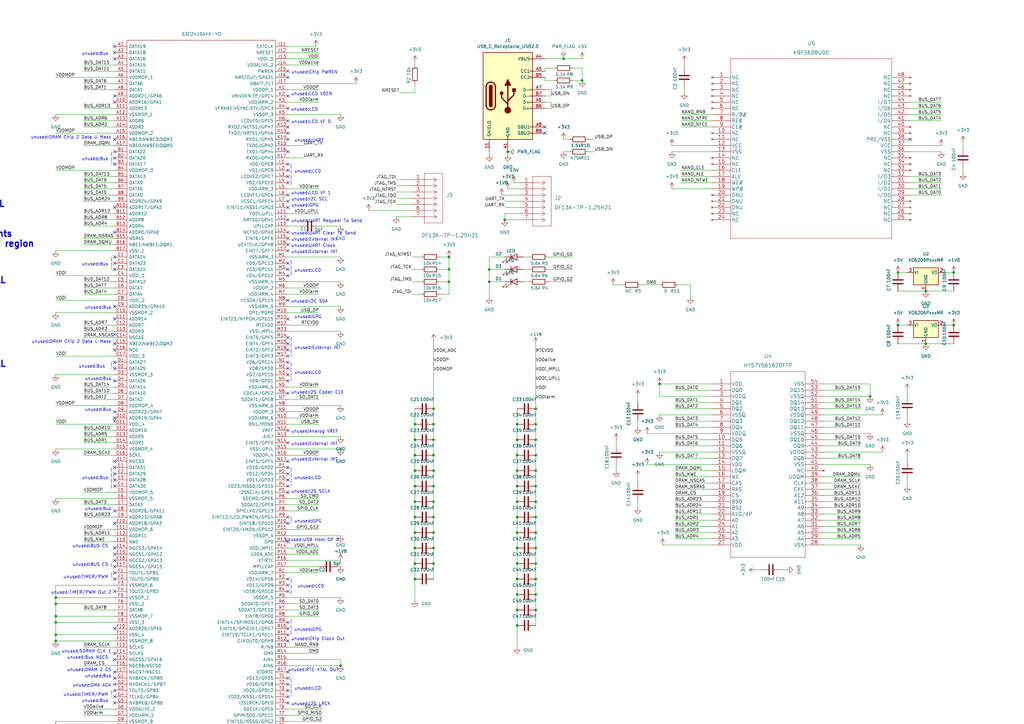
<source format=kicad_sch>
(kicad_sch (version 20211123) (generator eeschema)
  (paper "A3")
  (junction (at 219.71 212.09))
  (junction (at 212.09 199.39))
  (junction (at 212.09 250.19))
  (junction (at 391.16 133.35))
  (junction (at 177.8 224.79))
  (junction (at 177.8 167.64))
  (junction (at 44.45 383.54))
  (junction (at 177.8 173.99))
  (junction (at 170.18 180.34))
  (junction (at 139.7 313.69))
  (junction (at 219.71 193.04))
  (junction (at 22.86 339.09))
  (junction (at 212.09 193.04))
  (junction (at 212.09 173.99))
  (junction (at 207.01 90.17))
  (junction (at 177.8 199.39))
  (junction (at 184.15 115.57))
  (junction (at 219.71 243.84))
  (junction (at 200.66 110.49))
  (junction (at 368.3 133.35))
  (junction (at 170.18 173.99))
  (junction (at 219.71 205.74))
  (junction (at 177.8 180.34))
  (junction (at 22.86 255.27))
  (junction (at 177.8 231.14))
  (junction (at 22.86 260.35))
  (junction (at 170.18 218.44))
  (junction (at 170.18 186.69))
  (junction (at 212.09 180.34))
  (junction (at 212.09 256.54))
  (junction (at 22.86 262.89))
  (junction (at 379.73 119.38))
  (junction (at 170.18 199.39))
  (junction (at 368.3 111.76))
  (junction (at 379.73 140.97))
  (junction (at 219.71 167.64))
  (junction (at 212.09 231.14))
  (junction (at 177.8 186.69))
  (junction (at 219.71 250.19))
  (junction (at 219.71 218.44))
  (junction (at 200.66 115.57))
  (junction (at 139.7 318.77))
  (junction (at 238.76 33.02))
  (junction (at 184.15 110.49))
  (junction (at 219.71 199.39))
  (junction (at 22.86 245.11))
  (junction (at 212.09 205.74))
  (junction (at 177.8 193.04))
  (junction (at 212.09 186.69))
  (junction (at 219.71 180.34))
  (junction (at 170.18 212.09))
  (junction (at 212.09 218.44))
  (junction (at 139.7 316.23))
  (junction (at 177.8 218.44))
  (junction (at 22.86 247.65))
  (junction (at 170.18 237.49))
  (junction (at 132.08 361.95))
  (junction (at 212.09 212.09))
  (junction (at 177.8 212.09))
  (junction (at 219.71 224.79))
  (junction (at 132.08 359.41))
  (junction (at 212.09 237.49))
  (junction (at 139.7 311.15))
  (junction (at 170.18 193.04))
  (junction (at 356.87 162.56))
  (junction (at 391.16 111.76))
  (junction (at 22.86 252.73))
  (junction (at 219.71 186.69))
  (junction (at 212.09 224.79))
  (junction (at 184.15 105.41))
  (junction (at 170.18 224.79))
  (junction (at 231.14 24.13))
  (junction (at 219.71 173.99))
  (junction (at 270.51 157.48))
  (junction (at 212.09 243.84))
  (junction (at 219.71 237.49))
  (junction (at 132.08 356.87))
  (junction (at 219.71 231.14))
  (junction (at 208.28 62.23))
  (junction (at 170.18 231.14))
  (junction (at 139.7 273.05))
  (junction (at 170.18 205.74))
  (junction (at 177.8 205.74))
  (no_connect (at 46.99 151.13))
  (no_connect (at 118.11 31.75))
  (no_connect (at 118.11 80.01))
  (no_connect (at 46.99 67.31))
  (no_connect (at 46.99 95.25))
  (no_connect (at 118.11 262.89))
  (no_connect (at 46.99 143.51))
  (no_connect (at 46.99 168.91))
  (no_connect (at 118.11 54.61))
  (no_connect (at 118.11 255.27))
  (no_connect (at 118.11 85.09))
  (no_connect (at 46.99 270.51))
  (no_connect (at 118.11 138.43))
  (no_connect (at 118.11 29.21))
  (no_connect (at 46.99 257.81))
  (no_connect (at 46.99 64.77))
  (no_connect (at 118.11 214.63))
  (no_connect (at 118.11 140.97))
  (no_connect (at 118.11 90.17))
  (no_connect (at 118.11 260.35))
  (no_connect (at 118.11 222.25))
  (no_connect (at 46.99 283.21))
  (no_connect (at 46.99 323.85))
  (no_connect (at 118.11 82.55))
  (no_connect (at 46.99 62.23))
  (no_connect (at 46.99 224.79))
  (no_connect (at 118.11 62.23))
  (no_connect (at 46.99 359.41))
  (no_connect (at 118.11 97.79))
  (no_connect (at 46.99 199.39))
  (no_connect (at 46.99 24.13))
  (no_connect (at 46.99 191.77))
  (no_connect (at 46.99 110.49))
  (no_connect (at 46.99 148.59))
  (no_connect (at 118.11 349.25))
  (no_connect (at 46.99 137.16))
  (no_connect (at 46.99 156.21))
  (no_connect (at 46.99 125.73))
  (no_connect (at 46.99 237.49))
  (no_connect (at 118.11 143.51))
  (no_connect (at 223.52 54.61))
  (no_connect (at 223.52 52.07))
  (no_connect (at 46.99 189.23))
  (no_connect (at 118.11 341.63))
  (no_connect (at 118.11 130.81))
  (no_connect (at 118.11 344.17))
  (no_connect (at 118.11 212.09))
  (no_connect (at 46.99 140.97))
  (no_connect (at 118.11 201.93))
  (no_connect (at 118.11 334.01))
  (no_connect (at 46.99 288.29))
  (no_connect (at 46.99 278.13))
  (no_connect (at 118.11 161.29))
  (no_connect (at 46.99 194.31))
  (no_connect (at 46.99 229.87))
  (no_connect (at 118.11 189.23))
  (no_connect (at 118.11 123.19))
  (no_connect (at 46.99 41.91))
  (no_connect (at 46.99 39.37))
  (no_connect (at 46.99 354.33))
  (no_connect (at 46.99 318.77))
  (no_connect (at 46.99 285.75))
  (no_connect (at 118.11 275.59))
  (no_connect (at 118.11 288.29))
  (no_connect (at 46.99 85.09))
  (no_connect (at 46.99 298.45))
  (no_connect (at 46.99 105.41))
  (no_connect (at 373.38 57.15))
  (no_connect (at 118.11 39.37))
  (no_connect (at 46.99 107.95))
  (no_connect (at 118.11 181.61))
  (no_connect (at 118.11 49.53))
  (no_connect (at 46.99 349.25))
  (no_connect (at 118.11 242.57))
  (no_connect (at 118.11 240.03))
  (no_connect (at 118.11 237.49))
  (no_connect (at 118.11 323.85))
  (no_connect (at 118.11 321.31))
  (no_connect (at 118.11 326.39))
  (no_connect (at 118.11 278.13))
  (no_connect (at 118.11 283.21))
  (no_connect (at 118.11 280.67))
  (no_connect (at 118.11 285.75))
  (no_connect (at 118.11 199.39))
  (no_connect (at 118.11 196.85))
  (no_connect (at 118.11 191.77))
  (no_connect (at 118.11 194.31))
  (no_connect (at 118.11 44.45))
  (no_connect (at 118.11 156.21))
  (no_connect (at 118.11 153.67))
  (no_connect (at 118.11 151.13))
  (no_connect (at 118.11 113.03))
  (no_connect (at 118.11 110.49))
  (no_connect (at 118.11 107.95))
  (no_connect (at 118.11 148.59))
  (no_connect (at 118.11 146.05))
  (no_connect (at 118.11 72.39))
  (no_connect (at 118.11 69.85))
  (no_connect (at 118.11 67.31))
  (no_connect (at 118.11 74.93))
  (no_connect (at 46.99 214.63))
  (no_connect (at 46.99 275.59))
  (no_connect (at 46.99 280.67))
  (no_connect (at 46.99 232.41))
  (no_connect (at 46.99 171.45))
  (no_connect (at 118.11 331.47))
  (no_connect (at 118.11 102.87))
  (no_connect (at 46.99 196.85))
  (no_connect (at 118.11 100.33))
  (no_connect (at 118.11 95.25))
  (no_connect (at 46.99 57.15))
  (no_connect (at 46.99 19.05))
  (no_connect (at 46.99 21.59))
  (no_connect (at 46.99 321.31))
  (no_connect (at 46.99 172.72))
  (no_connect (at 118.11 57.15))
  (no_connect (at 118.11 306.07))
  (no_connect (at 46.99 242.57))
  (no_connect (at 46.99 234.95))
  (no_connect (at 46.99 227.33))
  (no_connect (at 46.99 267.97))
  (no_connect (at 46.99 209.55))
  (no_connect (at 118.11 257.81))
  (no_connect (at 118.11 176.53))
  (no_connect (at 118.11 52.07))
  (no_connect (at 46.99 130.81))
  (wire (pts (xy 34.29 250.19) (xy 46.99 250.19)))
  (wire (pts (xy 223.52 29.21) (xy 223.52 27.94)))
  (wire (pts (xy 394.97 58.42) (xy 394.97 60.96)))
  (wire (pts (xy 22.86 184.15) (xy 46.99 184.15)))
  (wire (pts (xy 118.11 351.79) (xy 144.78 351.79)))
  (wire (pts (xy 34.29 80.01) (xy 46.99 80.01)))
  (wire (pts (xy 238.76 27.94) (xy 238.76 33.02)))
  (wire (pts (xy 212.09 205.74) (xy 212.09 212.09)))
  (wire (pts (xy 180.34 105.41) (xy 184.15 105.41)))
  (wire (pts (xy 34.29 34.29) (xy 46.99 34.29)))
  (wire (pts (xy 22.86 54.61) (xy 46.99 54.61)))
  (wire (pts (xy 275.59 62.23) (xy 292.1 62.23)))
  (wire (pts (xy 168.91 105.41) (xy 172.72 105.41)))
  (wire (pts (xy 208.28 63.5) (xy 208.28 62.23)))
  (wire (pts (xy 124.46 64.77) (xy 118.11 64.77)))
  (wire (pts (xy 118.11 46.99) (xy 139.7 46.99)))
  (wire (pts (xy 118.11 125.73) (xy 139.7 125.73)))
  (wire (pts (xy 276.86 167.64) (xy 292.1 167.64)))
  (wire (pts (xy 170.18 237.49) (xy 170.18 246.38)))
  (wire (pts (xy 22.86 69.85) (xy 46.99 69.85)))
  (wire (pts (xy 34.29 176.53) (xy 46.99 176.53)))
  (wire (pts (xy 34.29 290.83) (xy 46.99 290.83)))
  (wire (pts (xy 162.56 73.66) (xy 168.91 73.66)))
  (wire (pts (xy 379.73 140.97) (xy 391.16 140.97)))
  (wire (pts (xy 118.11 313.69) (xy 139.7 313.69)))
  (wire (pts (xy 368.3 133.35) (xy 372.11 133.35)))
  (wire (pts (xy 373.38 41.91) (xy 386.08 41.91)))
  (wire (pts (xy 118.11 245.11) (xy 139.7 245.11)))
  (wire (pts (xy 219.71 224.79) (xy 219.71 231.14)))
  (wire (pts (xy 177.8 167.64) (xy 177.8 173.99)))
  (polyline (pts (xy 119.38 278.13) (xy 119.38 285.75)))
  (wire (pts (xy 372.11 160.02) (xy 372.11 162.56)))
  (wire (pts (xy 200.66 115.57) (xy 207.01 115.57)))
  (wire (pts (xy 34.29 133.35) (xy 46.99 133.35)))
  (wire (pts (xy 337.82 195.58) (xy 353.06 195.58)))
  (wire (pts (xy 132.08 359.41) (xy 132.08 361.95)))
  (wire (pts (xy 212.09 231.14) (xy 212.09 237.49)))
  (wire (pts (xy 162.56 88.9) (xy 168.91 88.9)))
  (wire (pts (xy 275.59 77.47) (xy 292.1 77.47)))
  (wire (pts (xy 280.67 35.56) (xy 280.67 38.1)))
  (wire (pts (xy 34.29 346.71) (xy 46.99 346.71)))
  (wire (pts (xy 207.01 82.55) (xy 213.36 82.55)))
  (wire (pts (xy 276.86 187.96) (xy 292.1 187.96)))
  (wire (pts (xy 200.66 105.41) (xy 200.66 110.49)))
  (wire (pts (xy 276.86 210.82) (xy 292.1 210.82)))
  (wire (pts (xy 118.11 171.45) (xy 130.81 171.45)))
  (wire (pts (xy 177.8 173.99) (xy 177.8 180.34)))
  (wire (pts (xy 212.09 243.84) (xy 212.09 250.19)))
  (wire (pts (xy 270.51 170.18) (xy 292.1 170.18)))
  (wire (pts (xy 118.11 356.87) (xy 132.08 356.87)))
  (wire (pts (xy 177.8 193.04) (xy 177.8 199.39)))
  (wire (pts (xy 22.86 173.99) (xy 46.99 173.99)))
  (wire (pts (xy 118.11 184.15) (xy 139.7 184.15)))
  (wire (pts (xy 162.56 76.2) (xy 168.91 76.2)))
  (wire (pts (xy 177.8 186.69) (xy 177.8 193.04)))
  (wire (pts (xy 251.46 116.84) (xy 255.27 116.84)))
  (wire (pts (xy 34.29 308.61) (xy 46.99 308.61)))
  (wire (pts (xy 337.82 165.1) (xy 353.06 165.1)))
  (wire (pts (xy 34.29 313.69) (xy 46.99 313.69)))
  (wire (pts (xy 22.86 260.35) (xy 22.86 262.89)))
  (wire (pts (xy 373.38 46.99) (xy 386.08 46.99)))
  (wire (pts (xy 373.38 77.47) (xy 386.08 77.47)))
  (wire (pts (xy 118.11 224.79) (xy 130.81 224.79)))
  (wire (pts (xy 118.11 295.91) (xy 132.08 295.91)))
  (wire (pts (xy 223.52 31.75) (xy 223.52 33.02)))
  (wire (pts (xy 373.38 59.69) (xy 386.08 59.69)))
  (wire (pts (xy 162.56 81.28) (xy 168.91 81.28)))
  (wire (pts (xy 34.29 181.61) (xy 46.99 181.61)))
  (wire (pts (xy 118.11 158.75) (xy 130.81 158.75)))
  (wire (pts (xy 118.11 186.69) (xy 130.81 186.69)))
  (wire (pts (xy 118.11 328.93) (xy 139.7 328.93)))
  (wire (pts (xy 34.29 212.09) (xy 46.99 212.09)))
  (wire (pts (xy 118.11 252.73) (xy 130.81 252.73)))
  (wire (pts (xy 34.29 163.83) (xy 46.99 163.83)))
  (wire (pts (xy 208.28 77.47) (xy 213.36 77.47)))
  (wire (pts (xy 283.21 116.84) (xy 283.21 121.92)))
  (wire (pts (xy 34.29 336.55) (xy 46.99 336.55)))
  (wire (pts (xy 22.86 339.09) (xy 22.86 334.01)))
  (wire (pts (xy 207.01 90.17) (xy 213.36 90.17)))
  (wire (pts (xy 356.87 157.48) (xy 356.87 162.56)))
  (wire (pts (xy 22.86 316.23) (xy 46.99 316.23)))
  (wire (pts (xy 118.11 354.33) (xy 132.08 354.33)))
  (wire (pts (xy 212.09 199.39) (xy 212.09 205.74)))
  (wire (pts (xy 118.11 217.17) (xy 130.81 217.17)))
  (wire (pts (xy 309.88 233.68) (xy 312.42 233.68)))
  (wire (pts (xy 279.4 46.99) (xy 292.1 46.99)))
  (wire (pts (xy 22.86 247.65) (xy 22.86 245.11)))
  (wire (pts (xy 22.86 255.27) (xy 46.99 255.27)))
  (wire (pts (xy 372.11 186.69) (xy 372.11 189.23)))
  (wire (pts (xy 118.11 115.57) (xy 139.7 115.57)))
  (wire (pts (xy 214.63 115.57) (xy 217.17 115.57)))
  (wire (pts (xy 337.82 180.34) (xy 353.06 180.34)))
  (wire (pts (xy 223.52 39.37) (xy 226.06 39.37)))
  (wire (pts (xy 219.71 212.09) (xy 219.71 218.44)))
  (wire (pts (xy 22.86 146.05) (xy 46.99 146.05)))
  (polyline (pts (xy 119.38 148.59) (xy 119.38 156.21)))
  (wire (pts (xy 22.86 166.37) (xy 46.99 166.37)))
  (wire (pts (xy 118.11 24.13) (xy 130.81 24.13)))
  (wire (pts (xy 22.86 255.27) (xy 22.86 252.73)))
  (wire (pts (xy 177.8 139.7) (xy 177.8 167.64)))
  (wire (pts (xy 261.62 205.74) (xy 261.62 208.28)))
  (polyline (pts (xy 119.38 67.31) (xy 119.38 76.2)))
  (wire (pts (xy 22.86 240.03) (xy 46.99 240.03)))
  (wire (pts (xy 170.18 25.4) (xy 170.18 26.67)))
  (wire (pts (xy 337.82 220.98) (xy 353.06 220.98)))
  (wire (pts (xy 118.11 219.71) (xy 139.7 219.71)))
  (wire (pts (xy 118.11 298.45) (xy 139.7 298.45)))
  (wire (pts (xy 387.35 133.35) (xy 391.16 133.35)))
  (wire (pts (xy 279.4 69.85) (xy 292.1 69.85)))
  (wire (pts (xy 170.18 212.09) (xy 170.18 218.44)))
  (wire (pts (xy 118.11 232.41) (xy 130.81 232.41)))
  (wire (pts (xy 34.29 331.47) (xy 46.99 331.47)))
  (wire (pts (xy 118.11 247.65) (xy 130.81 247.65)))
  (wire (pts (xy 34.29 90.17) (xy 46.99 90.17)))
  (wire (pts (xy 280.67 25.4) (xy 280.67 27.94)))
  (wire (pts (xy 118.11 41.91) (xy 130.81 41.91)))
  (polyline (pts (xy 45.72 191.77) (xy 45.72 200.66)))
  (wire (pts (xy 34.29 138.43) (xy 46.99 138.43)))
  (wire (pts (xy 212.09 224.79) (xy 212.09 231.14)))
  (wire (pts (xy 118.11 77.47) (xy 130.81 77.47)))
  (wire (pts (xy 34.29 100.33) (xy 46.99 100.33)))
  (polyline (pts (xy 119.38 138.43) (xy 119.38 146.05)))
  (wire (pts (xy 320.04 233.68) (xy 322.58 233.68)))
  (wire (pts (xy 34.29 303.53) (xy 46.99 303.53)))
  (wire (pts (xy 34.29 49.53) (xy 46.99 49.53)))
  (wire (pts (xy 34.29 186.69) (xy 46.99 186.69)))
  (polyline (pts (xy 45.72 231.14) (xy 45.72 232.41)))
  (wire (pts (xy 118.11 163.83) (xy 130.81 163.83)))
  (wire (pts (xy 231.14 24.13) (xy 238.76 24.13)))
  (wire (pts (xy 252.73 180.34) (xy 252.73 182.88)))
  (wire (pts (xy 337.82 215.9) (xy 353.06 215.9)))
  (polyline (pts (xy 119.38 237.49) (xy 119.38 243.84)))
  (wire (pts (xy 34.29 87.63) (xy 46.99 87.63)))
  (wire (pts (xy 118.11 118.11) (xy 130.81 118.11)))
  (wire (pts (xy 22.86 247.65) (xy 46.99 247.65)))
  (wire (pts (xy 168.91 115.57) (xy 172.72 115.57)))
  (wire (pts (xy 214.63 105.41) (xy 217.17 105.41)))
  (wire (pts (xy 212.09 193.04) (xy 212.09 199.39)))
  (wire (pts (xy 118.11 293.37) (xy 132.08 293.37)))
  (polyline (pts (xy 45.72 234.95) (xy 45.72 237.49)))
  (wire (pts (xy 170.18 193.04) (xy 170.18 199.39)))
  (wire (pts (xy 163.83 38.1) (xy 170.18 38.1)))
  (wire (pts (xy 34.29 97.79) (xy 46.99 97.79)))
  (wire (pts (xy 219.71 167.64) (xy 219.71 173.99)))
  (wire (pts (xy 34.29 92.71) (xy 46.99 92.71)))
  (polyline (pts (xy 45.72 105.41) (xy 45.72 110.49)))
  (wire (pts (xy 219.71 140.97) (xy 219.71 167.64)))
  (wire (pts (xy 118.11 135.89) (xy 139.7 135.89)))
  (wire (pts (xy 168.91 120.65) (xy 172.72 120.65)))
  (wire (pts (xy 22.86 252.73) (xy 46.99 252.73)))
  (wire (pts (xy 276.86 182.88) (xy 292.1 182.88)))
  (wire (pts (xy 34.29 52.07) (xy 46.99 52.07)))
  (wire (pts (xy 118.11 308.61) (xy 139.7 308.61)))
  (wire (pts (xy 22.86 123.19) (xy 46.99 123.19)))
  (wire (pts (xy 44.45 383.54) (xy 44.45 375.92)))
  (wire (pts (xy 372.11 170.18) (xy 372.11 172.72)))
  (wire (pts (xy 34.29 361.95) (xy 46.99 361.95)))
  (wire (pts (xy 276.86 208.28) (xy 292.1 208.28)))
  (wire (pts (xy 151.13 86.36) (xy 168.91 86.36)))
  (wire (pts (xy 118.11 303.53) (xy 132.08 303.53)))
  (polyline (pts (xy 119.38 191.77) (xy 119.38 199.39)))
  (wire (pts (xy 118.11 92.71) (xy 123.19 92.71)))
  (wire (pts (xy 276.86 160.02) (xy 292.1 160.02)))
  (polyline (pts (xy 119.38 321.31) (xy 119.38 326.39)))
  (wire (pts (xy 22.86 339.09) (xy 46.99 339.09)))
  (wire (pts (xy 337.82 190.5) (xy 356.87 190.5)))
  (wire (pts (xy 22.86 245.11) (xy 46.99 245.11)))
  (wire (pts (xy 210.82 74.93) (xy 213.36 74.93)))
  (wire (pts (xy 368.3 140.97) (xy 379.73 140.97)))
  (wire (pts (xy 219.71 243.84) (xy 219.71 250.19)))
  (wire (pts (xy 34.29 115.57) (xy 46.99 115.57)))
  (wire (pts (xy 241.3 62.23) (xy 243.84 62.23)))
  (polyline (pts (xy 119.38 212.09) (xy 119.38 214.63)))
  (wire (pts (xy 118.11 26.67) (xy 130.81 26.67)))
  (wire (pts (xy 130.81 92.71) (xy 139.7 92.71)))
  (wire (pts (xy 34.29 293.37) (xy 46.99 293.37)))
  (wire (pts (xy 118.11 209.55) (xy 130.81 209.55)))
  (wire (pts (xy 337.82 218.44) (xy 353.06 218.44)))
  (wire (pts (xy 337.82 157.48) (xy 356.87 157.48)))
  (wire (pts (xy 200.66 105.41) (xy 207.01 105.41)))
  (wire (pts (xy 180.34 115.57) (xy 184.15 115.57)))
  (wire (pts (xy 373.38 62.23) (xy 386.08 62.23)))
  (wire (pts (xy 184.15 120.65) (xy 184.15 115.57)))
  (wire (pts (xy 34.29 356.87) (xy 46.99 356.87)))
  (wire (pts (xy 34.29 161.29) (xy 46.99 161.29)))
  (wire (pts (xy 276.86 165.1) (xy 292.1 165.1)))
  (wire (pts (xy 34.29 273.05) (xy 46.99 273.05)))
  (wire (pts (xy 118.11 166.37) (xy 139.7 166.37)))
  (wire (pts (xy 223.52 33.02) (xy 227.33 33.02)))
  (wire (pts (xy 34.29 217.17) (xy 46.99 217.17)))
  (wire (pts (xy 168.91 110.49) (xy 172.72 110.49)))
  (wire (pts (xy 387.35 111.76) (xy 391.16 111.76)))
  (wire (pts (xy 34.29 118.11) (xy 46.99 118.11)))
  (wire (pts (xy 200.66 110.49) (xy 200.66 115.57)))
  (polyline (pts (xy 119.38 254) (xy 119.38 260.35)))
  (wire (pts (xy 278.13 116.84) (xy 283.21 116.84)))
  (wire (pts (xy 34.29 135.89) (xy 46.99 135.89)))
  (wire (pts (xy 279.4 74.93) (xy 292.1 74.93)))
  (wire (pts (xy 337.82 210.82) (xy 353.06 210.82)))
  (wire (pts (xy 234.95 33.02) (xy 238.76 33.02)))
  (wire (pts (xy 207.01 87.63) (xy 207.01 90.17)))
  (wire (pts (xy 118.11 346.71) (xy 132.08 346.71)))
  (wire (pts (xy 118.11 339.09) (xy 132.08 339.09)))
  (wire (pts (xy 118.11 87.63) (xy 130.81 87.63)))
  (wire (pts (xy 373.38 80.01) (xy 386.08 80.01)))
  (wire (pts (xy 34.29 158.75) (xy 46.99 158.75)))
  (wire (pts (xy 219.71 193.04) (xy 219.71 199.39)))
  (wire (pts (xy 130.81 21.59) (xy 118.11 21.59)))
  (wire (pts (xy 118.11 290.83) (xy 132.08 290.83)))
  (wire (pts (xy 22.86 295.91) (xy 46.99 295.91)))
  (wire (pts (xy 368.3 119.38) (xy 379.73 119.38)))
  (wire (pts (xy 373.38 44.45) (xy 386.08 44.45)))
  (wire (pts (xy 118.11 267.97) (xy 130.81 267.97)))
  (polyline (pts (xy 45.72 148.59) (xy 45.72 151.13)))
  (wire (pts (xy 219.71 199.39) (xy 219.71 205.74)))
  (wire (pts (xy 34.29 82.55) (xy 46.99 82.55)))
  (wire (pts (xy 379.73 119.38) (xy 391.16 119.38)))
  (wire (pts (xy 270.51 185.42) (xy 292.1 185.42)))
  (wire (pts (xy 337.82 213.36) (xy 353.06 213.36)))
  (wire (pts (xy 337.82 175.26) (xy 353.06 175.26)))
  (wire (pts (xy 118.11 105.41) (xy 139.7 105.41)))
  (wire (pts (xy 46.99 262.89) (xy 22.86 262.89)))
  (wire (pts (xy 337.82 205.74) (xy 353.06 205.74)))
  (wire (pts (xy 223.52 27.94) (xy 227.33 27.94)))
  (wire (pts (xy 212.09 186.69) (xy 212.09 193.04)))
  (wire (pts (xy 118.11 227.33) (xy 130.81 227.33)))
  (wire (pts (xy 219.71 250.19) (xy 219.71 256.54)))
  (wire (pts (xy 276.86 218.44) (xy 292.1 218.44)))
  (wire (pts (xy 223.52 41.91) (xy 226.06 41.91)))
  (wire (pts (xy 118.11 179.07) (xy 139.7 179.07)))
  (wire (pts (xy 337.82 187.96) (xy 353.06 187.96)))
  (wire (pts (xy 219.71 186.69) (xy 219.71 193.04)))
  (wire (pts (xy 34.29 326.39) (xy 46.99 326.39)))
  (polyline (pts (xy 45.72 318.77) (xy 45.72 323.85)))
  (wire (pts (xy 200.66 63.5) (xy 200.66 62.23)))
  (wire (pts (xy 265.43 177.8) (xy 292.1 177.8)))
  (wire (pts (xy 252.73 190.5) (xy 252.73 193.04)))
  (wire (pts (xy 276.86 195.58) (xy 292.1 195.58)))
  (wire (pts (xy 373.38 74.93) (xy 386.08 74.93)))
  (wire (pts (xy 180.34 120.65) (xy 184.15 120.65)))
  (wire (pts (xy 177.8 231.14) (xy 177.8 237.49)))
  (wire (pts (xy 276.86 198.12) (xy 292.1 198.12)))
  (wire (pts (xy 337.82 160.02) (xy 353.06 160.02)))
  (wire (pts (xy 170.18 186.69) (xy 170.18 193.04)))
  (wire (pts (xy 184.15 115.57) (xy 184.15 110.49)))
  (wire (pts (xy 118.11 120.65) (xy 130.81 120.65)))
  (wire (pts (xy 224.79 115.57) (xy 234.95 115.57)))
  (wire (pts (xy 170.18 180.34) (xy 170.18 186.69)))
  (wire (pts (xy 394.97 68.58) (xy 394.97 71.12)))
  (wire (pts (xy 139.7 316.23) (xy 139.7 318.77)))
  (wire (pts (xy 22.86 128.27) (xy 46.99 128.27)))
  (wire (pts (xy 34.29 265.43) (xy 46.99 265.43)))
  (wire (pts (xy 262.89 116.84) (xy 270.51 116.84)))
  (wire (pts (xy 34.29 26.67) (xy 46.99 26.67)))
  (wire (pts (xy 231.14 62.23) (xy 233.68 62.23)))
  (wire (pts (xy 118.11 229.87) (xy 139.7 229.87)))
  (wire (pts (xy 22.86 260.35) (xy 22.86 255.27)))
  (wire (pts (xy 223.52 24.13) (xy 231.14 24.13)))
  (wire (pts (xy 34.29 344.17) (xy 46.99 344.17)))
  (wire (pts (xy 219.71 205.74) (xy 219.71 212.09)))
  (wire (pts (xy 118.11 336.55) (xy 132.08 336.55)))
  (wire (pts (xy 34.29 44.45) (xy 46.99 44.45)))
  (wire (pts (xy 276.86 205.74) (xy 292.1 205.74)))
  (wire (pts (xy 22.86 252.73) (xy 22.86 247.65)))
  (wire (pts (xy 261.62 172.72) (xy 261.62 175.26)))
  (wire (pts (xy 214.63 110.49) (xy 217.17 110.49)))
  (wire (pts (xy 224.79 110.49) (xy 234.95 110.49)))
  (wire (pts (xy 22.86 31.75) (xy 46.99 31.75)))
  (wire (pts (xy 34.29 77.47) (xy 46.99 77.47)))
  (wire (pts (xy 34.29 74.93) (xy 46.99 74.93)))
  (wire (pts (xy 223.52 36.83) (xy 226.06 36.83)))
  (wire (pts (xy 279.4 52.07) (xy 292.1 52.07)))
  (wire (pts (xy 219.71 173.99) (xy 219.71 180.34)))
  (wire (pts (xy 337.82 198.12) (xy 353.06 198.12)))
  (wire (pts (xy 139.7 313.69) (xy 139.7 316.23)))
  (wire (pts (xy 261.62 195.58) (xy 261.62 198.12)))
  (wire (pts (xy 234.95 27.94) (xy 238.76 27.94)))
  (wire (pts (xy 95.25 379.73) (xy 100.33 379.73)))
  (wire (pts (xy 124.46 59.69) (xy 118.11 59.69)))
  (wire (pts (xy 177.8 205.74) (xy 177.8 212.09)))
  (wire (pts (xy 337.82 162.56) (xy 356.87 162.56)))
  (wire (pts (xy 170.18 224.79) (xy 170.18 231.14)))
  (wire (pts (xy 138.43 232.41) (xy 139.7 232.41)))
  (wire (pts (xy 177.8 212.09) (xy 177.8 218.44)))
  (wire (pts (xy 368.3 111.76) (xy 372.11 111.76)))
  (wire (pts (xy 276.86 203.2) (xy 292.1 203.2)))
  (wire (pts (xy 34.29 311.15) (xy 46.99 311.15)))
  (wire (pts (xy 276.86 220.98) (xy 292.1 220.98)))
  (wire (pts (xy 118.11 318.77) (xy 139.7 318.77)))
  (wire (pts (xy 22.86 153.67) (xy 46.99 153.67)))
  (wire (pts (xy 372.11 196.85) (xy 372.11 199.39)))
  (wire (pts (xy 118.11 359.41) (xy 132.08 359.41)))
  (wire (pts (xy 118.11 234.95) (xy 130.81 234.95)))
  (wire (pts (xy 107.95 379.73) (xy 114.3 379.73)))
  (wire (pts (xy 170.18 205.74) (xy 170.18 212.09)))
  (wire (pts (xy 170.18 34.29) (xy 170.18 38.1)))
  (wire (pts (xy 44.45 383.54) (xy 50.8 383.54)))
  (wire (pts (xy 22.86 204.47) (xy 46.99 204.47)))
  (wire (pts (xy 34.29 59.69) (xy 46.99 59.69)))
  (polyline (pts (xy 119.38 331.47) (xy 119.38 334.01)))
  (wire (pts (xy 200.66 110.49) (xy 207.01 110.49)))
  (wire (pts (xy 337.82 203.2) (xy 353.06 203.2)))
  (wire (pts (xy 270.51 157.48) (xy 292.1 157.48)))
  (wire (pts (xy 34.29 341.63) (xy 46.99 341.63)))
  (wire (pts (xy 207.01 85.09) (xy 213.36 85.09)))
  (wire (pts (xy 118.11 173.99) (xy 130.81 173.99)))
  (wire (pts (xy 118.11 207.01) (xy 130.81 207.01)))
  (wire (pts (xy 177.8 218.44) (xy 177.8 224.79)))
  (wire (pts (xy 337.82 223.52) (xy 353.06 223.52)))
  (wire (pts (xy 170.18 173.99) (xy 170.18 180.34)))
  (wire (pts (xy 279.4 49.53) (xy 292.1 49.53)))
  (wire (pts (xy 58.42 375.92) (xy 62.23 375.92)))
  (wire (pts (xy 276.86 200.66) (xy 292.1 200.66)))
  (wire (pts (xy 275.59 59.69) (xy 292.1 59.69)))
  (wire (pts (xy 219.71 237.49) (xy 219.71 243.84)))
  (wire (pts (xy 44.45 375.92) (xy 50.8 375.92)))
  (wire (pts (xy 219.71 231.14) (xy 219.71 237.49)))
  (wire (pts (xy 118.11 168.91) (xy 130.81 168.91)))
  (wire (pts (xy 279.4 72.39) (xy 292.1 72.39)))
  (wire (pts (xy 170.18 167.64) (xy 170.18 173.99)))
  (wire (pts (xy 212.09 180.34) (xy 212.09 186.69)))
  (wire (pts (xy 139.7 270.51) (xy 139.7 273.05)))
  (wire (pts (xy 337.82 185.42) (xy 361.95 185.42)))
  (wire (pts (xy 276.86 215.9) (xy 292.1 215.9)))
  (wire (pts (xy 118.11 19.05) (xy 129.54 19.05)))
  (wire (pts (xy 373.38 49.53) (xy 386.08 49.53)))
  (wire (pts (xy 132.08 354.33) (xy 132.08 356.87)))
  (wire (pts (xy 205.74 80.01) (xy 213.36 80.01)))
  (wire (pts (xy 118.11 361.95) (xy 132.08 361.95)))
  (wire (pts (xy 224.79 105.41) (xy 234.95 105.41)))
  (wire (pts (xy 241.3 57.15) (xy 243.84 57.15)))
  (wire (pts (xy 118.11 316.23) (xy 139.7 316.23)))
  (wire (pts (xy 118.11 133.35) (xy 130.81 133.35)))
  (wire (pts (xy 22.86 334.01) (xy 46.99 334.01)))
  (wire (pts (xy 373.38 72.39) (xy 386.08 72.39)))
  (wire (pts (xy 22.86 260.35) (xy 46.99 260.35)))
  (wire (pts (xy 170.18 199.39) (xy 170.18 205.74)))
  (wire (pts (xy 118.11 273.05) (xy 139.7 273.05)))
  (wire (pts (xy 118.11 250.19) (xy 130.81 250.19)))
  (polyline (pts (xy 119.38 106.68) (xy 119.38 113.03)))
  (wire (pts (xy 34.29 328.93) (xy 46.99 328.93)))
  (wire (pts (xy 34.29 201.93) (xy 46.99 201.93)))
  (wire (pts (xy 223.52 44.45) (xy 226.06 44.45)))
  (wire (pts (xy 22.86 113.03) (xy 46.99 113.03)))
  (wire (pts (xy 118.11 34.29) (xy 146.05 34.29)))
  (polyline (pts (xy 45.72 283.21) (xy 45.72 285.75)))
  (wire (pts (xy 337.82 208.28) (xy 353.06 208.28)))
  (wire (pts (xy 118.11 128.27) (xy 130.81 128.27)))
  (wire (pts (xy 212.09 256.54) (xy 212.09 265.43)))
  (wire (pts (xy 162.56 78.74) (xy 168.91 78.74)))
  (wire (pts (xy 34.29 120.65) (xy 46.99 120.65)))
  (wire (pts (xy 219.71 180.34) (xy 219.71 186.69)))
  (wire (pts (xy 219.71 218.44) (xy 219.71 224.79)))
  (wire (pts (xy 34.29 207.01) (xy 46.99 207.01)))
  (wire (pts (xy 337.82 172.72) (xy 353.06 172.72)))
  (wire (pts (xy 34.29 179.07) (xy 46.99 179.07)))
  (wire (pts (xy 276.86 193.04) (xy 292.1 193.04)))
  (wire (pts (xy 292.1 162.56) (xy 270.51 162.56)))
  (wire (pts (xy 212.09 218.44) (xy 212.09 224.79)))
  (wire (pts (xy 22.86 102.87) (xy 46.99 102.87)))
  (wire (pts (xy 177.8 224.79) (xy 177.8 231.14)))
  (wire (pts (xy 34.29 300.99) (xy 46.99 300.99)))
  (wire (pts (xy 177.8 180.34) (xy 177.8 186.69)))
  (wire (pts (xy 337.82 200.66) (xy 353.06 200.66)))
  (wire (pts (xy 337.82 170.18) (xy 361.95 170.18)))
  (wire (pts (xy 276.86 213.36) (xy 292.1 213.36)))
  (wire (pts (xy 34.29 222.25) (xy 46.99 222.25)))
  (wire (pts (xy 212.09 167.64) (xy 212.09 173.99)))
  (wire (pts (xy 139.7 311.15) (xy 139.7 313.69)))
  (wire (pts (xy 34.29 29.21) (xy 46.99 29.21)))
  (wire (pts (xy 170.18 218.44) (xy 170.18 224.79)))
  (wire (pts (xy 337.82 177.8) (xy 356.87 177.8)))
  (wire (pts (xy 34.29 351.79) (xy 46.99 351.79)))
  (wire (pts (xy 118.11 270.51) (xy 139.7 270.51)))
  (wire (pts (xy 212.09 237.49) (xy 212.09 243.84)))
  (wire (pts (xy 276.86 180.34) (xy 292.1 180.34)))
  (wire (pts (xy 139.7 308.61) (xy 139.7 311.15)))
  (wire (pts (xy 207.01 87.63) (xy 213.36 87.63)))
  (wire (pts (xy 200.66 115.57) (xy 200.66 121.92)))
  (wire (pts (xy 118.11 204.47) (xy 130.81 204.47)))
  (wire (pts (xy 34.29 219.71) (xy 46.99 219.71)))
  (wire (pts (xy 271.78 223.52) (xy 292.1 223.52)))
  (wire (pts (xy 212.09 173.99) (xy 212.09 180.34)))
  (wire (pts (xy 170.18 231.14) (xy 170.18 237.49)))
  (wire (pts (xy 276.86 175.26) (xy 292.1 175.26)))
  (wire (pts (xy 22.86 245.11) (xy 22.86 240.03)))
  (wire (pts (xy 118.11 311.15) (xy 139.7 311.15)))
  (wire (pts (xy 265.43 190.5) (xy 292.1 190.5)))
  (wire (pts (xy 34.29 306.07) (xy 46.99 306.07)))
  (wire (pts (xy 226.06 41.91) (xy 226.06 44.45)))
  (wire (pts (xy 212.09 212.09) (xy 212.09 218.44)))
  (polyline (pts (xy 45.72 62.23) (xy 45.72 67.31)))
  (wire (pts (xy 22.86 46.99) (xy 46.99 46.99)))
  (wire (pts (xy 212.09 250.19) (xy 212.09 256.54)))
  (wire (pts (xy 231.14 57.15) (xy 233.68 57.15)))
  (wire (pts (xy 276.86 172.72) (xy 292.1 172.72)))
  (wire (pts (xy 34.29 72.39) (xy 46.99 72.39)))
  (wire (pts (xy 270.51 162.56) (xy 270.51 157.48)))
  (wire (pts (xy 118.11 36.83) (xy 130.81 36.83)))
  (wire (pts (xy 180.34 110.49) (xy 184.15 110.49)))
  (wire (pts (xy 261.62 162.56) (xy 261.62 165.1)))
  (wire (pts (xy 177.8 199.39) (xy 177.8 205.74)))
  (wire (pts (xy 337.82 167.64) (xy 353.06 167.64)))
  (wire (pts (xy 132.08 356.87) (xy 132.08 359.41)))
  (wire (pts (xy 58.42 383.54) (xy 62.23 383.54)))
  (wire (pts (xy 162.56 83.82) (xy 168.91 83.82)))
  (wire (pts (xy 118.11 300.99) (xy 132.08 300.99)))
  (wire (pts (xy 226.06 36.83) (xy 226.06 39.37)))
  (wire (pts (xy 337.82 182.88) (xy 353.06 182.88)))
  (wire (pts (xy 184.15 110.49) (xy 184.15 105.41)))
  (wire (pts (xy 34.29 36.83) (xy 46.99 36.83)))
  (wire (pts (xy 118.11 265.43) (xy 130.81 265.43)))
  (text "unused:DRAM Chip 2 Data U Mask" (at 45.72 57.15 180) (effects (font (size 1.27 1.27)) (justify right bottom)))
  (text "unused:DRAM Chip 2 Data L Mask" (at 45.72 140.97 180) (effects (font (size 1.27 1.27)) (justify right bottom)))
  (text "unused:Bus" (at 45.72 209.55 180) (effects (font (size 1.27 1.27)) (justify right bottom)))
  (text "unused:TIMER/PWM Out 2" (at 45.72 243.84 180) (effects (font (size 1.27 1.27)) (justify right bottom)))
  (text "unused:I2S LRCK" (at 119.38 289.56 0) (effects (font (size 1.27 1.27)) (justify left bottom)))
  (text "unused:LCD" (at 120.65 111.76 0) (effects (font (size 1.27 1.27)) (justify left bottom)))
  (text "unused:UART" (at 120.65 58.42 0) (effects (font (size 1.27 1.27)) (justify left bottom)))
  (text "unused:Bus" (at 45.72 127 180) (effects (font (size 1.27 1.27)) (justify right bottom)))
  (text "slarm_cls_2410_v1r2 FINAL APPROVAL\njlywxy @ 2023.3.8" (at -71.12 154.94 0) (effects (font (size 2.54 2.54) (thickness 0.508) bold) (justify left bottom)))
  (text "unused:LCD" (at 120.65 325.12 0) (effects (font (size 1.27 1.27)) (justify left bottom)))
  (text "unused:Bus" (at 45.72 156.21 180) (effects (font (size 1.27 1.27)) (justify right bottom)))
  (text "unused:UART Clear To Send" (at 119.38 96.52 0) (effects (font (size 1.27 1.27)) (justify left bottom)))
  (text "next:\n0. fix copper region corner\n1. add more GND vias in BGA\n2. fix JTAG socket silkscreens" (at -71.12 137.16 0) (effects (font (size 2.54 2.54) (thickness 0.508) bold) (justify left bottom)))
  (text "unused:Bus" (at 43.18 151.13 180) (effects (font (size 1.27 1.27)) (justify right bottom)))
  (text "unused:LCD" (at 120.65 283.21 0) (effects (font (size 1.27 1.27)) (justify left bottom)))
  (text "unused:Bus" (at 45.72 168.91 180) (effects (font (size 1.27 1.27)) (justify right bottom)))
  (text "unused:External INT" (at 119.38 104.14 0) (effects (font (size 1.27 1.27)) (justify left bottom)))
  (text "unused:DRAM 2 CS" (at 45.72 275.59 180) (effects (font (size 1.27 1.27)) (justify right bottom)))
  (text "unused:GPG" (at 120.65 130.81 0) (effects (font (size 1.27 1.27)) (justify left bottom)))
  (text "slarm_cls_2410_v1r1 FINAL APPROVAL\njlywxy @ 2023.3.1" (at -71.12 120.65 0) (effects (font (size 2.54 2.54) (thickness 0.508) bold) (justify left bottom)))
  (text "unused:RTC XTAL OUT\n" (at 118.11 275.59 0) (effects (font (size 1.27 1.27)) (justify left bottom)))
  (text "unused:LCD" (at 45.72 349.25 180) (effects (font (size 1.27 1.27)) (justify right bottom)))
  (text "unused:GPG" (at 120.65 259.08 0) (effects (font (size 1.27 1.27)) (justify left bottom)))
  (text "unused:LCD" (at 121.92 241.3 0) (effects (font (size 1.27 1.27)) (justify left bottom)))
  (text "unused:LCD VF 0" (at 119.38 50.8 0) (effects (font (size 1.27 1.27)) (justify left bottom)))
  (text "unused:Bus" (at 44.45 66.04 180) (effects (font (size 1.27 1.27)) (justify right bottom)))
  (text "unused:I2S" (at 120.65 334.01 0) (effects (font (size 1.27 1.27)) (justify left bottom)))
  (text "unused:Chip Clock Out\n" (at 119.38 262.89 0) (effects (font (size 1.27 1.27)) (justify left bottom)))
  (text "unused:External INT" (at 119.38 189.23 0) (effects (font (size 1.27 1.27)) (justify left bottom)))
  (text "unused:USB Host DN 0" (at 119.38 307.34 0) (effects (font (size 1.27 1.27)) (justify left bottom)))
  (text "unused:LCD LEND" (at 45.72 354.33 180) (effects (font (size 1.27 1.27)) (justify right bottom)))
  (text "unused:LCD VF 1" (at 119.38 80.01 0) (effects (font (size 1.27 1.27)) (justify left bottom)))
  (text "unused:LCD VDEN" (at 119.38 39.37 0) (effects (font (size 1.27 1.27)) (justify left bottom)))
  (text "unused:I2C SCL" (at 119.38 82.55 0) (effects (font (size 1.27 1.27)) (justify left bottom)))
  (text "unused:TIMER/PWM" (at 44.45 285.75 180) (effects (font (size 1.27 1.27)) (justify right bottom)))
  (text "unused:LCD" (at 45.72 360.68 180) (effects (font (size 1.27 1.27)) (justify right bottom)))
  (text "unused:LCD" (at 120.65 196.85 0) (effects (font (size 1.27 1.27)) (justify left bottom)))
  (text "unused:GPG" (at 119.38 85.09 0) (effects (font (size 1.27 1.27)) (justify left bottom)))
  (text "unused:GPG" (at 119.38 344.17 0) (effects (font (size 1.27 1.27)) (justify left bottom)))
  (text "unused:LCD" (at 120.65 71.12 0) (effects (font (size 1.27 1.27)) (justify left bottom)))
  (text "unused:LCD" (at 120.65 153.67 0) (effects (font (size 1.27 1.27)) (justify left bottom)))
  (text "unused:Bus" (at 44.45 196.85 180) (effects (font (size 1.27 1.27)) (justify right bottom)))
  (text "unused:Bus" (at 44.45 288.29 180) (effects (font (size 1.27 1.27)) (justify right bottom)))
  (text "unused:BUS CS" (at 44.45 224.79 180) (effects (font (size 1.27 1.27)) (justify right bottom)))
  (text "unused:TIMER/PWM" (at 44.45 237.49 180) (effects (font (size 1.27 1.27)) (justify right bottom)))
  (text "unused:Chip Clock Out" (at 119.38 349.25 0) (effects (font (size 1.27 1.27)) (justify left bottom)))
  (text "unused:Bus" (at 44.45 22.86 180) (effects (font (size 1.27 1.27)) (justify right bottom)))
  (text "unused:I2S Codec CLK\n\n" (at 119.38 163.83 0) (effects (font (size 1.27 1.27)) (justify left bottom)))
  (text "unused:USB Host DP 0" (at 116.84 222.25 0) (effects (font (size 1.27 1.27)) (justify left bottom)))
  (text "unused:DMA ACK\n" (at 45.72 281.94 180) (effects (font (size 1.27 1.27)) (justify right bottom)))
  (text "unused:Chip PWREN" (at 119.38 30.48 0) (effects (font (size 1.27 1.27)) (justify left bottom)))
  (text "unused:External INT" (at 120.65 143.51 0) (effects (font (size 1.27 1.27)) (justify left bottom)))
  (text "next:\n0. rename to SlimARM Classic\n1. shorten board dimension\n2. NAND flip side" (at -71.12 71.12 0) (effects (font (size 2.54 2.54) (thickness 0.508) bold) (justify left bottom)))
  (text "unused:Bus" (at 45.72 278.13 180) (effects (font (size 1.27 1.27)) (justify right bottom)))
  (text "unused:External INT" (at 119.38 99.06 0) (effects (font (size 1.27 1.27)) (justify left bottom)))
  (text "unused:Bus" (at 44.45 109.22 180) (effects (font (size 1.27 1.27)) (justify right bottom)))
  (text "unused:UART Request To Send" (at 119.38 91.44 0) (effects (font (size 1.27 1.27)) (justify left bottom)))
  (text "us3c ultra 1.0 FINAL APPROVAL\njlywxy @ 2023.2.5" (at -71.12 54.61 0) (effects (font (size 2.54 2.54) (thickness 0.508) bold) (justify left bottom)))
  (text "unused:Bus NGCS" (at 44.45 270.51 180) (effects (font (size 1.27 1.27)) (justify right bottom)))
  (text "unused:I2S SCLK\n\n" (at 119.38 204.47 0) (effects (font (size 1.27 1.27)) (justify left bottom)))
  (text "unused:GPG" (at 120.65 214.63 0) (effects (font (size 1.27 1.27)) (justify left bottom)))
  (text "unused:SDRAM CLK 1" (at 45.72 267.97 180) (effects (font (size 1.27 1.27)) (justify right bottom)))
  (text "next:\n1. use NAND only\n2. fix SDRAM address wiring\nwith equal length tuning" (at -71.12 36.83 0) (effects (font (size 2.54 2.54) (thickness 0.508) bold) (justify left bottom)))
  (text "unused:BUS CS" (at 44.45 232.41 180) (effects (font (size 1.27 1.27)) (justify right bottom)))
  (text "unused:DMA" (at 44.45 322.58 180) (effects (font (size 1.27 1.27)) (justify right bottom)))
  (text "SlimARM Classic 1.0 FINAL APPROVAL\njlywxy @ 2023.2.21\nnext:\n0. fix sdarm routing by 3W constraints\n1. escape sdram wiring from copper region" (at -71.12 101.6 0) (effects (font (size 2.54 2.54) (thickness 0.508) bold) (justify left bottom)))
  (text "unused:I2C SDA\n" (at 119.38 124.46 0) (effects (font (size 1.27 1.27)) (justify left bottom)))
  (text "unused:LCD" (at 119.38 45.72 0) (effects (font (size 1.27 1.27)) (justify left bottom)))
  (text "unused:External INT" (at 119.38 182.88 0) (effects (font (size 1.27 1.27)) (justify left bottom)))
  (text "unused:UART Clock" (at 119.38 101.6 0) (effects (font (size 1.27 1.27)) (justify left bottom)))
  (text "unused:Analog VREF\n" (at 119.38 177.8 0) (effects (font (size 1.27 1.27)) (justify left bottom)))
  (text "us3c v1.0r1 FINAL APPROVAL\njlywxy @ 2023.1.29" (at -71.12 20.32 0) (effects (font (size 2.54 2.54) (thickness 0.508) bold) (justify left bottom)))
  (label "GPIO_G0" (at 234.95 105.41 180))
  (label "BUS_ADR6" (at 353.06 218.44 180))
  (label "DRAM_CS" (at 276.86 203.2 0))
  (label "VDDA_ADC" (at 130.81 227.33 180))
  (label "SD_DAT3" (at 130.81 250.19 180))
  (label "VDDiarm" (at 130.81 171.45 180))
  (label "BUS_DAT5" (at 276.86 180.34 0))
  (label "JTAG_TCK" (at 162.56 83.82 180))
  (label "BUS_ADR11" (at 276.86 210.82 0))
  (label "GPIO_G2" (at 132.08 295.91 180))
  (label "BUS_ADR24" (at 34.29 82.55 0))
  (label "VDDi" (at 22.86 113.03 0))
  (label "BUS_ADR10" (at 34.29 176.53 0))
  (label "DRAM_NSRAS" (at 34.29 97.79 0))
  (label "VDDalive" (at 34.29 290.83 0))
  (label "BUS_ADR11" (at 34.29 219.71 0))
  (label "VDDOP" (at 177.8 148.59 0))
  (label "VDDiarm" (at 34.29 293.37 0))
  (label "VDDMOP" (at 34.29 201.93 0))
  (label "VDDMOP" (at 22.86 166.37 0))
  (label "XTAL_OUT" (at 62.23 375.92 0))
  (label "DRAM_SCLK" (at 34.29 265.43 0))
  (label "BUS_DAT15" (at 34.29 26.67 0))
  (label "BUS_DAT6" (at 276.86 182.88 0))
  (label "BUS_DAT3" (at 34.29 207.01 0))
  (label "VDDMOP" (at 22.86 54.61 0))
  (label "VDDi" (at 22.86 173.99 0))
  (label "GPIO_G2" (at 234.95 115.57 180))
  (label "BUS_DAT7" (at 386.08 41.91 180))
  (label "BUS_ADR12" (at 34.29 87.63 0))
  (label "VDDi_UPLL" (at 130.81 87.63 180))
  (label "GPIO_G13" (at 132.08 346.71 180))
  (label "BUS_DAT5" (at 386.08 46.99 180))
  (label "BUS_DAT10" (at 353.06 180.34 180))
  (label "NAND_NFRE" (at 279.4 49.53 0))
  (label "BUS_DAT4" (at 386.08 49.53 180))
  (label "BUS_DAT3" (at 276.86 172.72 0))
  (label "BUS_ADR3" (at 276.86 218.44 0))
  (label "USB_DP" (at 130.81 128.27 180))
  (label "JTAG_NTRST" (at 168.91 105.41 180))
  (label "DRAM_CS" (at 34.29 273.05 0))
  (label "BUS_ADR8" (at 34.29 90.17 0))
  (label "SD_DAT1" (at 130.81 163.83 180))
  (label "SPI0_MOSI" (at 132.08 336.55 180))
  (label "BUS_DAT6" (at 34.29 34.29 0))
  (label "BUS_ADR1" (at 276.86 213.36 0))
  (label "BUS_DAT7" (at 34.29 118.11 0))
  (label "BUS_NWAIT" (at 34.29 303.53 0))
  (label "VDDOP" (at 130.81 168.91 180))
  (label "BUS_DAT0" (at 276.86 160.02 0))
  (label "BUS_DAT12" (at 34.29 115.57 0))
  (label "RTCVDD" (at 130.81 133.35 180))
  (label "JTAG_TCK" (at 34.29 328.93 0))
  (label "BUS_DAT0" (at 386.08 80.01 180))
  (label "VDDiarm" (at 130.81 41.91 180))
  (label "SPI0_MISO" (at 132.08 293.37 180))
  (label "BUS_DAT15" (at 353.06 160.02 180))
  (label "BUS_DAT1" (at 34.29 36.83 0))
  (label "BUS_ADR24" (at 276.86 208.28 0))
  (label "NAND_CLE" (at 34.29 331.47 0))
  (label "DRAM_SCLK" (at 353.06 198.12 180))
  (label "NAND_ALE" (at 34.29 306.07 0))
  (label "GPIO_G1" (at 234.95 110.49 180))
  (label "DRAM_SCKE" (at 353.06 200.66 180))
  (label "VDDMOP" (at 22.86 69.85 0))
  (label "BUS_ADR7" (at 34.29 133.35 0))
  (label "NAND_NFWE" (at 279.4 74.93 0))
  (label "BUS_ADR5" (at 34.29 179.07 0))
  (label "BUS_ADR4" (at 276.86 220.98 0))
  (label "BUS_DAT13" (at 353.06 167.64 180))
  (label "BUS_DAT4" (at 276.86 175.26 0))
  (label "SD_CLK" (at 132.08 290.83 180))
  (label "BUS_ADR4" (at 34.29 92.71 0))
  (label "JTAG_TMS" (at 34.29 351.79 0))
  (label "BUS_DAT14" (at 34.29 158.75 0))
  (label "VDDi" (at 22.86 123.19 0))
  (label "JTAG_TMS" (at 162.56 76.2 180))
  (label "XTAL_OUT" (at 34.29 341.63 0))
  (label "BUS_ADR12" (at 353.06 205.74 180))
  (label "USB_DN" (at 130.81 173.99 180))
  (label "BUS_NWE" (at 276.86 195.58 0))
  (label "BUS_DAT12" (at 353.06 172.72 180))
  (label "JTAG_TCK" (at 168.91 110.49 180))
  (label "VDDMOP" (at 34.29 336.55 0))
  (label "BUS_DAT10" (at 34.29 161.29 0))
  (label "XTAL_IN" (at 62.23 383.54 0))
  (label "BUS_NWE" (at 34.29 222.25 0))
  (label "DRAM_DQMU" (at 34.29 100.33 0))
  (label "VDDiarm" (at 219.71 163.83 0))
  (label "VDDMOP" (at 34.29 217.17 0))
  (label "VDDi" (at 219.71 160.02 0))
  (label "BUS_ADR7" (at 353.06 215.9 180))
  (label "NAND_NFCE" (at 34.29 313.69 0))
  (label "BUS_DAT1" (at 386.08 77.47 180))
  (label "USB_DP" (at 243.84 57.15 0))
  (label "BUS_DAT7" (at 276.86 187.96 0))
  (label "JTAG_TDI" (at 168.91 120.65 180))
  (label "JTAG_TDO" (at 162.56 81.28 180))
  (label "GPIO_G9" (at 132.08 300.99 180))
  (label "UART_TX" (at 124.46 59.69 0))
  (label "NAND_NFRE" (at 34.29 311.15 0))
  (label "VDDOP" (at 130.81 36.83 180))
  (label "BUS_ADR23" (at 34.29 212.09 0))
  (label "NAND_NFWE" (at 34.29 308.61 0))
  (label "BUS_DAT2" (at 276.86 167.64 0))
  (label "DRAM_DQML" (at 34.29 59.69 0))
  (label "GPIO_G1" (at 132.08 339.09 180))
  (label "NRESET" (at 163.83 38.1 180))
  (label "SPI0_CLK" (at 130.81 209.55 180))
  (label "BUS_DAT0" (at 34.29 80.01 0))
  (label "BUS_ADR2" (at 34.29 52.07 0))
  (label "USB_DP" (at 226.06 44.45 0))
  (label "GPIO_G12" (at 130.81 217.17 180))
  (label "NAND_CLE" (at 279.4 69.85 0))
  (label "BUS_ADR1" (at 34.29 181.61 0))
  (label "BUS_ADR9" (at 34.29 300.99 0))
  (label "GPIO_G14" (at 132.08 303.53 180))
  (label "BUS_ADR5" (at 353.06 220.98 180))
  (label "BUS_DAT13" (at 34.29 72.39 0))
  (label "NAND_RNB" (at 130.81 265.43 180))
  (label "BUS_DAT14" (at 353.06 165.1 180))
  (label "JTAG_TDO" (at 34.29 356.87 0))
  (label "BUS_DAT3" (at 386.08 72.39 180))
  (label "NAND_ALE" (at 279.4 72.39 0))
  (label "OM0" (at 130.81 267.97 180))
  (label "BUS_DAT8" (at 353.06 187.96 180))
  (label "BUS_ADR13" (at 34.29 44.45 0))
  (label "DRAM_NSRAS" (at 276.86 200.66 0))
  (label "BUS_ADR13" (at 353.06 203.2 180))
  (label "BUS_DAT9" (at 353.06 182.88 180))
  (label "JTAG_NTRST" (at 162.56 78.74 180))
  (label "DRAM_DQMU" (at 353.06 195.58 180))
  (label "BUS_ADR3" (at 34.29 135.89 0))
  (label "JTAG_NTRST" (at 34.29 326.39 0))
  (label "VDDOP" (at 130.81 186.69 180))
  (label "BUS_ADR9" (at 353.06 210.82 180))
  (label "BUS_ADR10" (at 353.06 208.28 180))
  (label "SD_CMD" (at 130.81 204.47 180))
  (label "BUS_DAT8" (at 34.29 250.19 0))
  (label "JTAG_TMS" (at 168.91 115.57 180))
  (label "DRAM_DQML" (at 276.86 193.04 0))
  (label "DRAM_SCKE" (at 34.29 186.69 0))
  (label "VDDiarm" (at 130.81 120.65 180))
  (label "VDDA_ADC" (at 177.8 144.78 0))
  (label "BUS_DAT11" (at 353.06 175.26 180))
  (label "BUS_DAT4" (at 34.29 120.65 0))
  (label "GPIO_G0" (at 130.81 252.73 180))
  (label "UART_RX" (at 207.01 85.09 180))
  (label "BUS_DAT5" (at 34.29 77.47 0))
  (label "VDDOP" (at 130.81 118.11 180))
  (label "VDDalive" (at 130.81 26.67 180))
  (label "VDDi" (at 130.81 24.13 180))
  (label "NAND_RNB" (at 279.4 46.99 0))
  (label "UART_RX" (at 124.46 64.77 0))
  (label "BUS_DAT11" (at 34.29 29.21 0))
  (label "UART_TX" (at 207.01 82.55 180))
  (label "VDDiarm" (at 130.81 158.75 180))
  (label "XTAL_IN" (at 34.29 344.17 0))
  (label "BUS_DAT9" (at 34.29 74.93 0))
  (label "JTAG_TDI" (at 34.29 346.71 0))
  (label "BUS_ADR2" (at 276.86 215.9 0))
  (label "VDDi_MPLL" (at 219.71 152.4 0))
  (label "DRAM_NSCAS" (at 276.86 198.12 0))
  (label "JTAG_TDI" (at 162.56 73.66 180))
  (label "BUS_DAT1" (at 276.86 165.1 0))
  (label "OM0" (at 269.24 116.84 180))
  (label "RTCVDD" (at 219.71 144.78 0))
  (label "VDDMOP" (at 22.86 31.75 0))
  (label "USB_DN" (at 226.06 39.37 0))
  (label "VDDi_UPLL" (at 219.71 156.21 0))
  (label "NAND_NFCE" (at 279.4 52.07 0))
  (label "NRESET" (at 130.81 21.59 180))
  (label "VDDalive" (at 219.71 148.59 0))
  (label "BUS_DAT2" (at 386.08 74.93 180))
  (label "BUS_DAT6" (at 386.08 44.45 180))
  (label "VDDiarm" (at 130.81 234.95 180))
  (label "BUS_ADR23" (at 276.86 205.74 0))
  (label "USB_DN" (at 243.84 62.23 0))
  (label "VDDMOP" (at 177.8 152.4 0))
  (label "SD_DAT0" (at 130.81 247.65 180))
  (label "BUS_DAT2" (at 34.29 163.83 0))
  (label "SD_DAT2" (at 130.81 207.01 180))
  (label "BUS_ADR8" (at 353.06 213.36 180))
  (label "VDDi" (at 22.86 146.05 0))
  (label "BUS_ADR6" (at 34.29 49.53 0))
  (label "VDDi_MPLL" (at 130.81 224.79 180))
  (label "DRAM_NSCAS" (at 34.29 138.43 0))
  (label "BUS_NWAIT" (at 95.25 379.73 180))
  (label "VDDiarm" (at 130.81 77.47 180))
  (symbol (lib_id "power:GND") (at 270.51 170.18 0) (unit 1)
    (property "Reference" "#PWR078" (effects hide))
    (property "Value" "GND" (at 270.51 175.26 0))
  )
  (symbol (lib_id "power:+3V3") (at 151.13 86.36 0) (unit 1)
    (property "Reference" "#PWR036" (effects hide))
    (property "Value" "+3V3" (at 151.13 81.28 0))
  )
  (symbol (lib_id "power:GND") (at 139.7 273.05 0) (unit 1)
    (property "Reference" "#PWR028" (effects hide))
    (property "Value" "GND" (at 139.7 278.13 0))
  )
  (symbol (lib_id "power:+3V3") (at 208.28 77.47 0) (unit 1)
    (property "Reference" "#PWR054" (effects hide))
    (property "Value" "+3V3" (at 208.28 72.39 0))
  )
  (symbol (lib_id "power:GND") (at 34.29 361.95 0) (unit 1)
    (property "Reference" "#PWR011" (effects hide))
    (property "Value" "GND" (at 34.29 367.03 0))
  )
  (symbol (lib_id "Device:C") (at 368.3 115.57 180) (unit 1)
    (property "Reference" "C7" (at 364.49 118.11 90))
    (property "Value" "100nF" (at 364.49 113.03 90))
    (property "Footprint" "Capacitor_SMD:C_0402_1005Metric_Pad0.74x0.62mm_HandSolder" (effects hide))
  )
  (symbol (lib_id "Device:C") (at 215.9 231.14 90) (unit 1)
    (property "Reference" "C43" (at 212.09 227.33 90))
    (property "Value" "100nF" (at 217.17 227.33 90))
    (property "Footprint" "Capacitor_SMD:C_0402_1005Metric_Pad0.74x0.62mm_HandSolder" (effects hide))
  )
  (symbol (lib_id "power:GND") (at 261.62 175.26 0) (unit 1)
    (property "Reference" "#PWR072" (effects hide))
    (property "Value" "GND" (at 261.62 180.34 0))
  )
  (symbol (lib_id "power:GND") (at 162.56 88.9 0) (unit 1)
    (property "Reference" "#PWR037" (effects hide))
    (property "Value" "GND" (at 162.56 93.98 0))
  )
  (symbol (lib_id "power:GND") (at 252.73 193.04 0) (unit 1)
    (property "Reference" "#PWR070" (effects hide))
    (property "Value" "GND" (at 252.73 198.12 0))
  )
  (symbol (lib_id "power:GND") (at 139.7 125.73 0) (unit 1)
    (property "Reference" "#PWR019" (effects hide))
    (property "Value" "GND" (at 139.7 130.81 0))
  )
  (symbol (lib_id "Device:C") (at 215.9 186.69 90) (unit 1)
    (property "Reference" "C36" (at 212.09 182.88 90))
    (property "Value" "100nF" (at 217.17 182.88 90))
    (property "Footprint" "Capacitor_SMD:C_0402_1005Metric_Pad0.74x0.62mm_HandSolder" (effects hide))
  )
  (symbol (lib_id "power:+1V8") (at 391.16 111.76 0) (unit 1)
    (property "Reference" "#PWR061" (effects hide))
    (property "Value" "+1V8" (at 391.16 106.68 0))
  )
  (symbol (lib_id "Device:C") (at 54.61 383.54 90) (unit 1)
    (property "Reference" "C12" (at 52.07 381 90))
    (property "Value" "22pF" (at 57.15 381 90))
    (property "Footprint" "Capacitor_SMD:C_0402_1005Metric_Pad0.74x0.62mm_HandSolder" (effects hide))
  )
  (symbol (lib_id "Device:C") (at 252.73 186.69 180) (unit 1)
    (property "Reference" "C18" (at 248.92 190.5 90))
    (property "Value" "100nF" (at 248.92 185.42 90))
    (property "Footprint" "Capacitor_SMD:C_0402_1005Metric_Pad0.74x0.62mm_HandSolder" (effects hide))
  )
  (symbol (lib_id "power:GND") (at 283.21 121.92 0) (unit 1)
    (property "Reference" "#PWR068" (effects hide))
    (property "Value" "GND" (at 283.21 127 0))
  )
  (symbol (lib_id "Device:R") (at 259.08 116.84 270) (unit 1)
    (property "Reference" "R3" (at 261.62 119.38 90))
    (property "Value" "NC" (at 257.81 119.38 90))
    (property "Footprint" "Resistor_SMD:R_0603_1608Metric_Pad0.98x0.95mm_HandSolder" (effects hide))
  )
  (symbol (lib_id "power:+1V8") (at 205.74 80.01 0) (unit 1)
    (property "Reference" "#PWR039" (effects hide))
    (property "Value" "+1V8" (at 205.74 74.93 0))
  )
  (symbol (lib_id "power:GND") (at 170.18 246.38 0) (unit 1)
    (property "Reference" "#PWR0106" (effects hide))
    (property "Value" "GND" (at 172.72 247.6499 0) (effects (justify left)))
  )
  (symbol (lib_id "Device:C") (at 215.9 193.04 90) (unit 1)
    (property "Reference" "C37" (at 212.09 189.23 90))
    (property "Value" "100nF" (at 217.17 189.23 90))
    (property "Footprint" "Capacitor_SMD:C_0402_1005Metric_Pad0.74x0.62mm_HandSolder" (effects hide))
  )
  (symbol (lib_id "power:GND") (at 322.58 233.68 90) (unit 1)
    (property "Reference" "#PWR082" (effects hide))
    (property "Value" "GND" (at 327.66 233.68 0))
  )
  (symbol (lib_id "power:GND") (at 22.86 295.91 0) (unit 1)
    (property "Reference" "#PWR08" (effects hide))
    (property "Value" "GND" (at 22.86 300.99 0))
  )
  (symbol (lib_id "Device:C") (at 215.9 199.39 90) (unit 1)
    (property "Reference" "C38" (at 212.09 195.58 90))
    (property "Value" "100nF" (at 217.17 195.58 90))
    (property "Footprint" "Capacitor_SMD:C_0402_1005Metric_Pad0.74x0.62mm_HandSolder" (effects hide))
  )
  (symbol (lib_id "power:GND") (at 261.62 208.28 0) (unit 1)
    (property "Reference" "#PWR074" (effects hide))
    (property "Value" "GND" (at 261.62 213.36 0))
  )
  (symbol (lib_id "power:PWR_FLAG") (at 231.14 24.13 0) (unit 1)
    (property "Reference" "#FLG02" (effects hide))
    (property "Value" "PWR_FLAG" (at 231.14 19.05 0))
  )
  (symbol (lib_id "power:+3V3") (at 170.18 25.4 0) (unit 1)
    (property "Reference" "#PWR035" (effects hide))
    (property "Value" "+3V3" (at 170.18 20.32 0))
  )
  (symbol (lib_id "Device:C") (at 215.9 218.44 90) (unit 1)
    (property "Reference" "C41" (at 212.09 214.63 90))
    (property "Value" "100nF" (at 217.17 214.63 90))
    (property "Footprint" "Capacitor_SMD:C_0402_1005Metric_Pad0.74x0.62mm_HandSolder" (effects hide))
  )
  (symbol (lib_id "power:PWR_FLAG") (at 208.28 62.23 270) (unit 1)
    (property "Reference" "#FLG01" (effects hide))
    (property "Value" "PWR_FLAG" (at 212.09 62.2299 90) (effects (justify left)))
  )
  (symbol (lib_id "power:GND") (at 44.45 383.54 0) (unit 1)
    (property "Reference" "#PWR066" (effects hide))
    (property "Value" "GND" (at 44.45 388.62 0))
  )
  (symbol (lib_id "Device:R") (at 220.98 105.41 270) (unit 1)
    (property "Reference" "R5" (at 223.52 107.95 90))
    (property "Value" "5.6k" (at 219.71 107.95 90))
    (property "Footprint" "Resistor_SMD:R_0603_1608Metric_Pad0.98x0.95mm_HandSolder" (effects hide))
  )
  (symbol (lib_id "power:+5V") (at 368.3 133.35 0) (unit 1)
    (property "Reference" "#PWR056" (effects hide))
    (property "Value" "+5V" (at 368.3 128.27 0))
  )
  (symbol (lib_id "Device:R") (at 274.32 116.84 270) (unit 1)
    (property "Reference" "R13" (at 276.86 119.38 90))
    (property "Value" "0" (at 273.05 119.38 90))
    (property "Footprint" "Resistor_SMD:R_0603_1608Metric_Pad0.98x0.95mm_HandSolder" (effects hide))
  )
  (symbol (lib_id "power:GND") (at 356.87 162.56 0) (unit 1)
    (property "Reference" "#PWR094" (effects hide))
    (property "Value" "GND" (at 356.87 167.64 0))
  )
  (symbol (lib_id "power:GND") (at 22.86 102.87 0) (unit 1)
    (property "Reference" "#PWR02" (effects hide))
    (property "Value" "GND" (at 22.86 107.95 0))
  )
  (symbol (lib_id "Device:C") (at 173.99 231.14 90) (unit 1)
    (property "Reference" "C31" (at 170.18 227.33 90))
    (property "Value" "100nF" (at 175.26 227.33 90))
    (property "Footprint" "Capacitor_SMD:C_0402_1005Metric_Pad0.74x0.62mm_HandSolder" (effects hide))
  )
  (symbol (lib_id "Device:C") (at 372.11 166.37 180) (unit 1)
    (property "Reference" "C19" (at 368.3 170.18 90))
    (property "Value" "100nF" (at 368.3 165.1 90))
    (property "Footprint" "Capacitor_SMD:C_0402_1005Metric_Pad0.74x0.62mm_HandSolder" (effects hide))
  )
  (symbol (lib_id "power:+3V3") (at 309.88 233.68 90) (unit 1)
    (property "Reference" "#PWR081" (effects hide))
    (property "Value" "+3V3" (at 304.8 233.68 0))
  )
  (symbol (lib_id "Device:C") (at 280.67 31.75 180) (unit 1)
    (property "Reference" "C3" (at 276.86 35.56 90))
    (property "Value" "100nF" (at 276.86 30.48 90))
    (property "Footprint" "Capacitor_SMD:C_0402_1005Metric_Pad0.74x0.62mm_HandSolder" (effects hide))
  )
  (symbol (lib_id "Device:C") (at 134.62 232.41 90) (unit 1)
    (property "Reference" "C2" (at 132.08 233.68 90))
    (property "Value" "5pF" (at 138.43 231.14 90))
    (property "Footprint" "Capacitor_SMD:C_0402_1005Metric_Pad0.74x0.62mm_HandSolder" (effects hide))
  )
  (symbol (lib_id "power:GND") (at 22.86 153.67 0) (unit 1)
    (property "Reference" "#PWR04" (effects hide))
    (property "Value" "GND" (at 22.86 158.75 0))
  )
  (symbol (lib_id "Device:R") (at 104.14 379.73 270) (unit 1)
    (property "Reference" "R1" (at 106.68 382.27 90))
    (property "Value" "1.5k" (at 102.87 382.27 90))
    (property "Footprint" "Resistor_SMD:R_0603_1608Metric_Pad0.98x0.95mm_HandSolder" (effects hide))
  )
  (symbol (lib_id "power:GND") (at 275.59 62.23 0) (unit 1)
    (property "Reference" "#PWR034" (effects hide))
    (property "Value" "GND" (at 275.59 67.31 0))
  )
  (symbol (lib_id "Device:C") (at 173.99 205.74 90) (unit 1)
    (property "Reference" "C27" (at 170.18 201.93 90))
    (property "Value" "100nF" (at 175.26 201.93 90))
    (property "Footprint" "Capacitor_SMD:C_0402_1005Metric_Pad0.74x0.62mm_HandSolder" (effects hide))
  )
  (symbol (lib_id "Device:C") (at 173.99 167.64 90) (unit 1)
    (property "Reference" "C21" (at 170.18 163.83 90))
    (property "Value" "100nF" (at 175.26 163.83 90))
    (property "Footprint" "Capacitor_SMD:C_0402_1005Metric_Pad0.74x0.62mm_HandSolder" (effects hide))
  )
  (symbol (lib_id "Device:C") (at 173.99 218.44 90) (unit 1)
    (property "Reference" "C29" (at 170.18 214.63 90))
    (property "Value" "100nF" (at 175.26 214.63 90))
    (property "Footprint" "Capacitor_SMD:C_0402_1005Metric_Pad0.74x0.62mm_HandSolder" (effects hide))
  )
  (symbol (lib_id "power:GND") (at 139.7 166.37 0) (unit 1)
    (property "Reference" "#PWR021" (effects hide))
    (property "Value" "GND" (at 139.7 171.45 0))
  )
  (symbol (lib_id "power:GND") (at 386.08 62.23 0) (unit 1)
    (property "Reference" "#PWR047" (effects hide))
    (property "Value" "GND" (at 386.08 67.31 0))
  )
  (symbol (lib_id "Device:C") (at 391.16 137.16 180) (unit 1)
    (property "Reference" "C10" (at 387.35 139.7 90))
    (property "Value" "100nF" (at 387.35 134.62 90))
    (property "Footprint" "Capacitor_SMD:C_0402_1005Metric_Pad0.74x0.62mm_HandSolder" (effects hide))
  )
  (symbol (lib_id "power:GND") (at 139.7 46.99 0) (unit 1)
    (property "Reference" "#PWR015" (effects hide))
    (property "Value" "GND" (at 139.7 52.07 0))
  )
  (symbol (lib_id "power:GND") (at 379.73 140.97 0) (unit 1)
    (property "Reference" "#PWR058" (effects hide))
    (property "Value" "GND" (at 379.73 146.05 0))
  )
  (symbol (lib_id "power:+3V3") (at 251.46 116.84 0) (unit 1)
    (property "Reference" "#PWR065" (effects hide))
    (property "Value" "+3V3" (at 251.46 111.76 0))
  )
  (symbol (lib_id "power:GND") (at 379.73 119.38 0) (unit 1)
    (property "Reference" "#PWR057" (effects hide))
    (property "Value" "GND" (at 379.73 124.46 0))
  )
  (symbol (lib_id "Device:LED") (at 210.82 115.57 0) (unit 1)
    (property "Reference" "D1" (at 204.47 114.3 0))
    (property "Value" "LED" (at 209.2325 111.76 0))
    (property "Footprint" "LED_SMD:LED_0603_1608Metric_Pad1.05x0.95mm_HandSolder" (effects hide))
  )
  (symbol (lib_id "power:GND") (at 139.7 92.71 0) (unit 1)
    (property "Reference" "#PWR016" (effects hide))
    (property "Value" "GND" (at 139.7 97.79 0))
  )
  (symbol (lib_id "power:GND") (at 22.86 128.27 0) (unit 1)
    (property "Reference" "#PWR03" (effects hide))
    (property "Value" "GND" (at 22.86 133.35 0))
  )
  (symbol (lib_id "power:+3V3") (at 271.78 223.52 0) (unit 1)
    (property "Reference" "#PWR080" (effects hide))
    (property "Value" "+3V3" (at 271.78 218.44 0))
  )
  (symbol (lib_id "power:GND") (at 139.7 184.15 0) (unit 1)
    (property "Reference" "#PWR023" (effects hide))
    (property "Value" "GND" (at 139.7 189.23 0))
  )
  (symbol (lib_id "power:+5V") (at 210.82 74.93 0) (unit 1)
    (property "Reference" "#PWR060" (effects hide))
    (property "Value" "+5V" (at 210.82 69.85 0))
  )
  (symbol (lib_id "Device:C") (at 215.9 167.64 90) (unit 1)
    (property "Reference" "C33" (at 212.09 163.83 90))
    (property "Value" "100nF" (at 217.17 163.83 90))
    (property "Footprint" "Capacitor_SMD:C_0402_1005Metric_Pad0.74x0.62mm_HandSolder" (effects hide))
  )
  (symbol (lib_id "Device:C") (at 261.62 168.91 180) (unit 1)
    (property "Reference" "C13" (at 257.81 172.72 90))
    (property "Value" "100nF" (at 257.81 167.64 90))
    (property "Footprint" "Capacitor_SMD:C_0402_1005Metric_Pad0.74x0.62mm_HandSolder" (effects hide))
  )
  (symbol (lib_id "power:+3V3") (at 372.11 160.02 0) (unit 1)
    (property "Reference" "#PWR0101" (effects hide))
    (property "Value" "+3V3" (at 372.11 154.94 0))
  )
  (symbol (lib_id "power:+3V3") (at 386.08 59.69 0) (unit 1)
    (property "Reference" "#PWR046" (effects hide))
    (property "Value" "+3V3" (at 386.08 54.61 0))
  )
  (symbol (lib_id "power:+3V3") (at 361.95 170.18 0) (unit 1)
    (property "Reference" "#PWR097" (effects hide))
    (property "Value" "+3V3" (at 361.95 165.1 0))
  )
  (symbol (lib_id "Regulator_Linear:XC6206PxxxMR") (at 379.73 111.76 0) (unit 1)
    (property "Reference" "U2" (at 379.73 104.14 0))
    (property "Value" "XC6206PxxxMR" (at 379.73 106.68 0))
    (property "Footprint" "Package_TO_SOT_SMD:SOT-23" (effects hide))
    (property "Datasheet" "https://www.torexsemi.com/file/xc6206/XC6206.pdf" (effects hide))
  )
  (symbol (lib_id "Device:C") (at 215.9 173.99 90) (unit 1)
    (property "Reference" "C34" (at 212.09 170.18 90))
    (property "Value" "100nF" (at 217.17 170.18 90))
    (property "Footprint" "Capacitor_SMD:C_0402_1005Metric_Pad0.74x0.62mm_HandSolder" (effects hide))
  )
  (symbol (lib_id "power:+3V3") (at 280.67 25.4 0) (unit 1)
    (property "Reference" "#PWR043" (effects hide))
    (property "Value" "+3V3" (at 280.67 20.32 0))
  )
  (symbol (lib_id "Device:C") (at 215.9 243.84 90) (unit 1)
    (property "Reference" "C45" (at 212.09 240.03 90))
    (property "Value" "100nF" (at 217.17 240.03 90))
    (property "Footprint" "Capacitor_SMD:C_0402_1005Metric_Pad0.74x0.62mm_HandSolder" (effects hide))
  )
  (symbol (lib_id "Device:R") (at 237.49 62.23 270) (unit 1)
    (property "Reference" "R11" (at 240.03 64.77 90))
    (property "Value" "470k" (at 236.22 64.77 90))
    (property "Footprint" "Resistor_SMD:R_0603_1608Metric_Pad0.98x0.95mm_HandSolder" (effects hide))
  )
  (symbol (lib_id "Device:C") (at 215.9 256.54 90) (unit 1)
    (property "Reference" "C47" (at 212.09 252.73 90))
    (property "Value" "100nF" (at 217.17 252.73 90))
    (property "Footprint" "Capacitor_SMD:C_0402_1005Metric_Pad0.74x0.62mm_HandSolder" (effects hide))
  )
  (symbol (lib_id "power:GND") (at 22.86 262.89 0) (unit 1)
    (property "Reference" "#PWR07" (effects hide))
    (property "Value" "GND" (at 22.86 267.97 0))
  )
  (symbol (lib_id "Device:C") (at 391.16 115.57 180) (unit 1)
    (property "Reference" "C9" (at 387.35 118.11 90))
    (property "Value" "100nF" (at 387.35 113.03 90))
    (property "Footprint" "Capacitor_SMD:C_0402_1005Metric_Pad0.74x0.62mm_HandSolder" (effects hide))
  )
  (symbol (lib_id "Device:C") (at 215.9 224.79 90) (unit 1)
    (property "Reference" "C42" (at 212.09 220.98 90))
    (property "Value" "100nF" (at 217.17 220.98 90))
    (property "Footprint" "Capacitor_SMD:C_0402_1005Metric_Pad0.74x0.62mm_HandSolder" (effects hide))
  )
  (symbol (lib_id "power:GND") (at 200.66 121.92 0) (unit 1)
    (property "Reference" "#PWR038" (effects hide))
    (property "Value" "GND" (at 200.66 127 0))
  )
  (symbol (lib_id "power:GND") (at 22.86 316.23 0) (unit 1)
    (property "Reference" "#PWR09" (effects hide))
    (property "Value" "GND" (at 22.86 321.31 0))
  )
  (symbol (lib_id "power:+3V3") (at 265.43 177.8 0) (unit 1)
    (property "Reference" "#PWR075" (effects hide))
    (property "Value" "+3V3" (at 265.43 172.72 0))
  )
  (symbol (lib_id "power:+3V3") (at 261.62 162.56 0) (unit 1)
    (property "Reference" "#PWR071" (effects hide))
    (property "Value" "+3V3" (at 261.62 157.48 0))
  )
  (symbol (lib_id "power:GND") (at 200.66 63.5 0) (unit 1)
    (property "Reference" "#PWR040" (effects hide))
    (property "Value" "GND" (at 200.66 68.58 0))
  )
  (symbol (lib_id "power:GND") (at 356.87 177.8 0) (unit 1)
    (property "Reference" "#PWR095" (effects hide))
    (property "Value" "GND" (at 356.87 182.88 0))
  )
  (symbol (lib_id "power:+3V3") (at 394.97 58.42 0) (unit 1)
    (property "Reference" "#PWR048" (effects hide))
    (property "Value" "+3V3" (at 394.97 53.34 0))
  )
  (symbol (lib_id "Device:R") (at 220.98 115.57 270) (unit 1)
    (property "Reference" "R4" (at 223.52 118.11 90))
    (property "Value" "5.6k" (at 219.71 118.11 90))
    (property "Footprint" "Resistor_SMD:R_0603_1608Metric_Pad0.98x0.95mm_HandSolder" (effects hide))
  )
  (symbol (lib_id "power:GND") (at 22.86 204.47 0) (unit 1)
    (property "Reference" "#PWR06" (effects hide))
    (property "Value" "GND" (at 22.86 209.55 0))
  )
  (symbol (lib_id "Device:C") (at 215.9 180.34 90) (unit 1)
    (property "Reference" "C35" (at 212.09 176.53 90))
    (property "Value" "100nF" (at 217.17 176.53 90))
    (property "Footprint" "Capacitor_SMD:C_0402_1005Metric_Pad0.74x0.62mm_HandSolder" (effects hide))
  )
  (symbol (lib_id "power:GND") (at 212.09 265.43 0) (unit 1)
    (property "Reference" "#PWR0107" (effects hide))
    (property "Value" "GND" (at 214.63 266.6999 0) (effects (justify left)))
  )
  (symbol (lib_id "Device:C") (at 173.99 224.79 90) (unit 1)
    (property "Reference" "C30" (at 170.18 220.98 90))
    (property "Value" "100nF" (at 175.26 220.98 90))
    (property "Footprint" "Capacitor_SMD:C_0402_1005Metric_Pad0.74x0.62mm_HandSolder" (effects hide))
  )
  (symbol (lib_id "Device:R") (at 231.14 33.02 270) (unit 1)
    (property "Reference" "R9" (at 233.68 35.56 90))
    (property "Value" "5.1k" (at 229.87 35.56 90))
    (property "Footprint" "Resistor_SMD:R_0603_1608Metric_Pad0.98x0.95mm_HandSolder" (effects hide))
  )
  (symbol (lib_id "Regulator_Linear:XC6206PxxxMR") (at 379.73 133.35 0) (unit 1)
    (property "Reference" "U3" (at 379.73 125.73 0))
    (property "Value" "XC6206PxxxMR" (at 379.73 128.27 0))
    (property "Footprint" "Package_TO_SOT_SMD:SOT-23" (effects hide))
    (property "Datasheet" "https://www.torexsemi.com/file/xc6206/XC6206.pdf" (effects hide))
  )
  (symbol (lib_id "power:+3V3") (at 184.15 105.41 0) (unit 1)
    (property "Reference" "#PWR059" (effects hide))
    (property "Value" "+3V3" (at 184.15 100.33 0))
  )
  (symbol (lib_id "Device:C") (at 215.9 212.09 90) (unit 1)
    (property "Reference" "C40" (at 212.09 208.28 90))
    (property "Value" "100nF" (at 217.17 208.28 90))
    (property "Footprint" "Capacitor_SMD:C_0402_1005Metric_Pad0.74x0.62mm_HandSolder" (effects hide))
  )
  (symbol (lib_id "Device:C") (at 368.3 137.16 180) (unit 1)
    (property "Reference" "C8" (at 364.49 140.97 90))
    (property "Value" "100nF" (at 364.49 135.89 90))
    (property "Footprint" "Capacitor_SMD:C_0402_1005Metric_Pad0.74x0.62mm_HandSolder" (effects hide))
  )
  (symbol (lib_id "jlywxy:K9F5608U0C") (at 292.1 31.75 0) (unit 1)
    (property "Reference" "U5" (at 332.74 17.78 0) (effects (font (size 1.524 1.524))))
    (property "Value" "K9F5608U0C" (at 332.74 21.59 0) (effects (font (size 1.524 1.524))))
    (property "Footprint" "jlywxy:M29W640FB70N6E" (effects hide))
  )
  (symbol (lib_id "Device:C") (at 173.99 193.04 90) (unit 1)
    (property "Reference" "C25" (at 170.18 189.23 90))
    (property "Value" "100nF" (at 175.26 189.23 90))
    (property "Footprint" "Capacitor_SMD:C_0402_1005Metric_Pad0.74x0.62mm_HandSolder" (effects hide))
  )
  (symbol (lib_id "Device:C") (at 394.97 64.77 180) (unit 1)
    (property "Reference" "C4" (at 391.16 68.58 90))
    (property "Value" "100nF" (at 391.16 63.5 90))
    (property "Footprint" "Capacitor_SMD:C_0402_1005Metric_Pad0.74x0.62mm_HandSolder" (effects hide))
  )
  (symbol (lib_id "power:GND") (at 132.08 361.95 0) (unit 1)
    (property "Reference" "#PWR013" (effects hide))
    (property "Value" "GND" (at 132.08 367.03 0))
  )
  (symbol (lib_id "power:+3V3") (at 261.62 195.58 0) (unit 1)
    (property "Reference" "#PWR073" (effects hide))
    (property "Value" "+3V3" (at 261.62 190.5 0))
  )
  (symbol (lib_id "power:GND") (at 22.86 184.15 0) (unit 1)
    (property "Reference" "#PWR05" (effects hide))
    (property "Value" "GND" (at 22.86 189.23 0))
  )
  (symbol (lib_id "Device:R") (at 176.53 115.57 270) (unit 1)
    (property "Reference" "R16" (at 179.07 118.11 90))
    (property "Value" "10k" (at 175.26 118.11 90))
    (property "Footprint" "Resistor_SMD:R_0603_1608Metric_Pad0.98x0.95mm_HandSolder" (effects hide))
  )
  (symbol (lib_id "power:GND") (at 231.14 62.23 0) (unit 1)
    (property "Reference" "#PWR051" (effects hide))
    (property "Value" "GND" (at 231.14 67.31 0))
  )
  (symbol (lib_id "power:+1V8") (at 219.71 140.97 0) (unit 1)
    (property "Reference" "#PWR0108" (effects hide))
    (property "Value" "+1V8" (at 219.71 137.16 0))
  )
  (symbol (lib_id "Device:C") (at 173.99 180.34 90) (unit 1)
    (property "Reference" "C23" (at 170.18 176.53 90))
    (property "Value" "100nF" (at 175.26 176.53 90))
    (property "Footprint" "Capacitor_SMD:C_0402_1005Metric_Pad0.74x0.62mm_HandSolder" (effects hide))
  )
  (symbol (lib_id "power:GND") (at 208.28 63.5 0) (unit 1)
    (property "Reference" "#PWR041" (effects hide))
    (property "Value" "GND" (at 208.28 68.58 0))
  )
  (symbol (lib_id "power:GND") (at 270.51 185.42 0) (unit 1)
    (property "Reference" "#PWR079" (effects hide))
    (property "Value" "GND" (at 270.51 190.5 0))
  )
  (symbol (lib_id "Device:C") (at 372.11 193.04 180) (unit 1)
    (property "Reference" "C20" (at 368.3 196.85 90))
    (property "Value" "100nF" (at 368.3 191.77 90))
    (property "Footprint" "Capacitor_SMD:C_0402_1005Metric_Pad0.74x0.62mm_HandSolder" (effects hide))
  )
  (symbol (lib_id "Device:LED") (at 210.82 110.49 0) (unit 1)
    (property "Reference" "D3" (at 204.47 109.22 0))
    (property "Value" "LED" (at 209.2325 106.68 0))
    (property "Footprint" "LED_SMD:LED_0603_1608Metric_Pad1.05x0.95mm_HandSolder" (effects hide))
  )
  (symbol (lib_id "Device:Crystal") (at 62.23 379.73 270) (unit 1)
    (property "Reference" "Y1" (at 66.04 378.4599 90) (effects (justify left)))
    (property "Value" "12MHz" (at 66.04 380.9999 90) (effects (justify left)))
    (property "Footprint" "Crystal:Crystal_SMD_5032-2Pin_5.0x3.2mm" (effects hide))
  )
  (symbol (lib_id "Device:C") (at 215.9 237.49 90) (unit 1)
    (property "Reference" "C44" (at 212.09 233.68 90))
    (property "Value" "100nF" (at 217.17 233.68 90))
    (property "Footprint" "Capacitor_SMD:C_0402_1005Metric_Pad0.74x0.62mm_HandSolder" (effects hide))
  )
  (symbol (lib_id "jlywxy:S3C2410AXX-YO") (at 46.99 19.05 0) (unit 1)
    (property "Reference" "IC1" (effects hide))
    (property "Value" "S3C2410AXX-YO" (at 82.55 13.97 0))
    (property "Footprint" "BGA272C80P17X17_1400X1400X116" (effects hide))
    (property "Description" "32-Bit RISC Microprocessor" (effects hide))
    (property "Height" "1.16" (effects hide))
    (property "Manufacturer_Name" "SAMSUNG" (effects hide))
    (property "Manufacturer_Part_Number" "S3C2410AXX-YO" (effects hide))
  )
  (symbol (lib_id "power:GND") (at 353.06 223.52 0) (unit 1)
    (property "Reference" "#PWR091" (effects hide))
    (property "Value" "GND" (at 353.06 228.6 0))
  )
  (symbol (lib_id "Device:LED") (at 210.82 105.41 0) (unit 1)
    (property "Reference" "D2" (at 204.47 104.14 0))
    (property "Value" "LED" (at 209.55 102.87 0))
    (property "Footprint" "LED_SMD:LED_0603_1608Metric_Pad1.05x0.95mm_HandSolder" (effects hide))
  )
  (symbol (lib_id "power:GND") (at 356.87 190.5 0) (unit 1)
    (property "Reference" "#PWR096" (effects hide))
    (property "Value" "GND" (at 356.87 195.58 0))
  )
  (symbol (lib_id "Device:C") (at 173.99 237.49 90) (unit 1)
    (property "Reference" "C32" (at 170.18 233.68 90))
    (property "Value" "100nF" (at 175.26 233.68 90))
    (property "Footprint" "Capacitor_SMD:C_0402_1005Metric_Pad0.74x0.62mm_HandSolder" (effects hide))
  )
  (symbol (lib_id "power:+3V3") (at 146.05 34.29 0) (unit 1)
    (property "Reference" "#PWR032" (effects hide))
    (property "Value" "+3V3" (at 146.05 29.21 0))
  )
  (symbol (lib_id "power:GND") (at 139.7 135.89 0) (unit 1)
    (property "Reference" "#PWR020" (effects hide))
    (property "Value" "GND" (at 139.7 140.97 0))
  )
  (symbol (lib_id "Connector:USB_C_Receptacle_USB2.0") (at 208.28 39.37 0) (unit 1)
    (property "Reference" "J1" (at 208.28 16.51 0))
    (property "Value" "USB_C_Receptacle_USB2.0" (at 208.28 19.05 0))
    (property "Footprint" "Connector_USB:USB_C_Receptacle_HRO_TYPE-C-31-M-12" (effects hide))
    (property "Datasheet" "https://www.usb.org/sites/default/files/documents/usb_type-c.zip" (effects hide))
  )
  (symbol (lib_id "power:+3V3") (at 144.78 351.79 0) (unit 1)
    (property "Reference" "#PWR014" (effects hide))
    (property "Value" "+3V3" (at 144.78 346.71 0))
  )
  (symbol (lib_id "Device:C") (at 215.9 205.74 90) (unit 1)
    (property "Reference" "C39" (at 212.09 201.93 90))
    (property "Value" "100nF" (at 217.17 201.93 90))
    (property "Footprint" "Capacitor_SMD:C_0402_1005Metric_Pad0.74x0.62mm_HandSolder" (effects hide))
  )
  (symbol (lib_id "power:+3V3") (at 391.16 133.35 0) (unit 1)
    (property "Reference" "#PWR062" (effects hide))
    (property "Value" "+3V3" (at 391.16 128.27 0))
  )
  (symbol (lib_id "power:+3V3") (at 177.8 139.7 0) (unit 1)
    (property "Reference" "#PWR0105" (effects hide))
    (property "Value" "+3V3" (at 180.34 138.4299 0) (effects (justify left)))
  )
  (symbol (lib_id "Device:C") (at 173.99 173.99 90) (unit 1)
    (property "Reference" "C22" (at 170.18 170.18 90))
    (property "Value" "100nF" (at 175.26 170.18 90))
    (property "Footprint" "Capacitor_SMD:C_0402_1005Metric_Pad0.74x0.62mm_HandSolder" (effects hide))
  )
  (symbol (lib_id "Device:C") (at 261.62 201.93 180) (unit 1)
    (property "Reference" "C14" (at 257.81 205.74 90))
    (property "Value" "100nF" (at 257.81 200.66 90))
    (property "Footprint" "Capacitor_SMD:C_0402_1005Metric_Pad0.74x0.62mm_HandSolder" (effects hide))
  )
  (symbol (lib_id "power:GND") (at 139.7 179.07 0) (unit 1)
    (property "Reference" "#PWR022" (effects hide))
    (property "Value" "GND" (at 139.7 184.15 0))
  )
  (symbol (lib_id "Device:R") (at 237.49 57.15 270) (unit 1)
    (property "Reference" "R10" (at 240.03 59.69 90))
    (property "Value" "1.5k" (at 236.22 59.69 90))
    (property "Footprint" "Resistor_SMD:R_0603_1608Metric_Pad0.98x0.95mm_HandSolder" (effects hide))
  )
  (symbol (lib_id "power:+3V3") (at 275.59 59.69 0) (unit 1)
    (property "Reference" "#PWR033" (effects hide))
    (property "Value" "+3V3" (at 275.59 54.61 0))
  )
  (symbol (lib_id "power:GND") (at 139.7 318.77 0) (unit 1)
    (property "Reference" "#PWR030" (effects hide))
    (property "Value" "GND" (at 139.7 323.85 0))
  )
  (symbol (lib_id "power:+5V") (at 238.76 24.13 0) (unit 1)
    (property "Reference" "#PWR052" (effects hide))
    (property "Value" "+5V" (at 238.76 19.05 0))
  )
  (symbol (lib_id "power:GND") (at 139.7 115.57 0) (unit 1)
    (property "Reference" "#PWR018" (effects hide))
    (property "Value" "GND" (at 139.7 120.65 0))
  )
  (symbol (lib_id "power:GND") (at 238.76 33.02 0) (unit 1)
    (property "Reference" "#PWR053" (effects hide))
    (property "Value" "GND" (at 238.76 38.1 0))
  )
  (symbol (lib_id "power:GND") (at 139.7 298.45 0) (unit 1)
    (property "Reference" "#PWR029" (effects hide))
    (property "Value" "GND" (at 139.7 303.53 0))
  )
  (symbol (lib_id "Device:C") (at 215.9 250.19 90) (unit 1)
    (property "Reference" "C46" (at 212.09 246.38 90))
    (property "Value" "100nF" (at 217.17 246.38 90))
    (property "Footprint" "Capacitor_SMD:C_0402_1005Metric_Pad0.74x0.62mm_HandSolder" (effects hide))
  )
  (symbol (lib_id "power:+5V") (at 368.3 111.76 0) (unit 1)
    (property "Reference" "#PWR055" (effects hide))
    (property "Value" "+5V" (at 368.3 106.68 0))
  )
  (symbol (lib_id "jlywxy:DF13A-7P-1.25H21") (at 213.36 74.93 0) (unit 1)
    (property "Reference" "J2" (at 227.33 81.28 0) (effects (font (size 1.524 1.524)) (justify left)))
    (property "Value" "DF13A-7P-1.25H21" (at 227.33 85.09 0) (effects (font (size 1.524 1.524)) (justify left)))
    (property "Footprint" "jlywxy:DF13A-7P-1.25H21" (effects hide))
  )
  (symbol (lib_id "power:GND") (at 139.7 328.93 0) (unit 1)
    (property "Reference" "#PWR031" (effects hide))
    (property "Value" "GND" (at 139.7 334.01 0))
  )
  (symbol (lib_id "power:+3V3") (at 114.3 379.73 0) (unit 1)
    (property "Reference" "#PWR067" (effects hide))
    (property "Value" "+3V3" (at 114.3 374.65 0))
  )
  (symbol (lib_id "jlywxy:HY57V561620FTP") (at 292.1 157.48 0) (unit 1)
    (property "Reference" "U4" (at 314.96 146.05 0) (effects (font (size 1.524 1.524))))
    (property "Value" "HY57V561620FTP" (at 314.96 149.86 0) (effects (font (size 1.524 1.524))))
    (property "Footprint" "jlywxy:HY57V561620FTP" (effects hide))
  )
  (symbol (lib_id "Device:R") (at 176.53 105.41 270) (unit 1)
    (property "Reference" "R14" (at 179.07 107.95 90))
    (property "Value" "10k" (at 175.26 107.95 90))
    (property "Footprint" "Resistor_SMD:R_0603_1608Metric_Pad0.98x0.95mm_HandSolder" (effects hide))
  )
  (symbol (lib_id "power:GND") (at 372.11 172.72 0) (unit 1)
    (property "Reference" "#PWR0102" (effects hide))
    (property "Value" "GND" (at 372.11 177.8 0))
  )
  (symbol (lib_id "Device:R") (at 220.98 110.49 270) (unit 1)
    (property "Reference" "R6" (at 223.52 113.03 90))
    (property "Value" "5.6k" (at 219.71 113.03 90))
    (property "Footprint" "Resistor_SMD:R_0603_1608Metric_Pad0.98x0.95mm_HandSolder" (effects hide))
  )
  (symbol (lib_id "jlywxy:DF13A-7P-1.25H21") (at 168.91 73.66 0) (unit 1)
    (property "Reference" "J3" (at 182.88 80.01 0) (effects (font (size 1.524 1.524)) (justify left)))
    (property "Value" "DF13A-7P-1.25H21" (at 172.72 96.52 0) (effects (font (size 1.524 1.524)) (justify left)))
    (property "Footprint" "jlywxy:DF13A-7P-1.25H21" (effects hide))
  )
  (symbol (lib_id "Device:C") (at 54.61 375.92 90) (unit 1)
    (property "Reference" "C6" (at 52.07 372.11 90))
    (property "Value" "22pF" (at 57.15 372.11 90))
    (property "Footprint" "Capacitor_SMD:C_0402_1005Metric_Pad0.74x0.62mm_HandSolder" (effects hide))
  )
  (symbol (lib_id "power:GND") (at 139.7 105.41 0) (unit 1)
    (property "Reference" "#PWR017" (effects hide))
    (property "Value" "GND" (at 139.7 110.49 0))
  )
  (symbol (lib_id "power:GND") (at 22.86 339.09 0) (unit 1)
    (property "Reference" "#PWR010" (effects hide))
    (property "Value" "GND" (at 22.86 344.17 0))
  )
  (symbol (lib_id "Device:C") (at 316.23 233.68 270) (unit 1)
    (property "Reference" "C15" (at 320.04 237.49 90))
    (property "Value" "100nF" (at 314.96 237.49 90))
    (property "Footprint" "Capacitor_SMD:C_0402_1005Metric_Pad0.74x0.62mm_HandSolder" (effects hide))
  )
  (symbol (lib_id "power:GND") (at 139.7 245.11 0) (unit 1)
    (property "Reference" "#PWR027" (effects hide))
    (property "Value" "GND" (at 139.7 250.19 0))
  )
  (symbol (lib_id "power:+3V3") (at 265.43 190.5 0) (unit 1)
    (property "Reference" "#PWR076" (effects hide))
    (property "Value" "+3V3" (at 265.43 185.42 0))
  )
  (symbol (lib_id "power:+3V3") (at 361.95 185.42 0) (unit 1)
    (property "Reference" "#PWR098" (effects hide))
    (property "Value" "+3V3" (at 361.95 180.34 0))
  )
  (symbol (lib_id "Device:C") (at 173.99 199.39 90) (unit 1)
    (property "Reference" "C26" (at 170.18 195.58 90))
    (property "Value" "100nF" (at 175.26 195.58 90))
    (property "Footprint" "Capacitor_SMD:C_0402_1005Metric_Pad0.74x0.62mm_HandSolder" (effects hide))
  )
  (symbol (lib_id "Device:C") (at 127 92.71 90) (unit 1)
    (property "Reference" "C1" (at 124.46 93.98 90))
    (property "Value" "5pF" (at 130.81 93.98 90))
    (property "Footprint" "Capacitor_SMD:C_0402_1005Metric_Pad0.74x0.62mm_HandSolder" (effects hide))
  )
  (symbol (lib_id "power:+3V3") (at 275.59 77.47 0) (unit 1)
    (property "Reference" "#PWR042" (effects hide))
    (property "Value" "+3V3" (at 275.59 72.39 0))
  )
  (symbol (lib_id "power:+3V3") (at 129.54 19.05 0) (unit 1)
    (property "Reference" "#PWR012" (effects hide))
    (property "Value" "+3V3" (at 129.54 13.97 0))
  )
  (symbol (lib_id "power:GND") (at 22.86 46.99 0) (unit 1)
    (property "Reference" "#PWR01" (effects hide))
    (property "Value" "GND" (at 22.86 52.07 0))
  )
  (symbol (lib_id "power:+3V3") (at 252.73 180.34 0) (unit 1)
    (property "Reference" "#PWR069" (effects hide))
    (property "Value" "+3V3" (at 252.73 175.26 0))
  )
  (symbol (lib_id "Device:R") (at 176.53 120.65 270) (unit 1)
    (property "Reference" "R17" (at 179.07 123.19 90))
    (property "Value" "10k" (at 175.26 123.19 90))
    (property "Footprint" "Resistor_SMD:R_0603_1608Metric_Pad0.98x0.95mm_HandSolder" (effects hide))
  )
  (symbol (lib_id "Device:R") (at 170.18 30.48 180) (unit 1)
    (property "Reference" "R2" (at 167.64 33.02 90))
    (property "Value" "10k" (at 167.64 29.21 90))
    (property "Footprint" "Resistor_SMD:R_0603_1608Metric_Pad0.98x0.95mm_HandSolder" (effects hide))
  )
  (symbol (lib_id "Device:C") (at 173.99 186.69 90) (unit 1)
    (property "Reference" "C24" (at 170.18 182.88 90))
    (property "Value" "100nF" (at 175.26 182.88 90))
    (property "Footprint" "Capacitor_SMD:C_0402_1005Metric_Pad0.74x0.62mm_HandSolder" (effects hide))
  )
  (symbol (lib_id "power:GND") (at 394.97 71.12 0) (unit 1)
    (property "Reference" "#PWR049" (effects hide))
    (property "Value" "GND" (at 394.97 76.2 0))
  )
  (symbol (lib_id "power:+1V8") (at 139.7 229.87 0) (unit 1)
    (property "Reference" "#PWR025" (effects hide))
    (property "Value" "+1V8" (at 139.7 226.06 0))
  )
  (symbol (lib_id "power:+3V3") (at 372.11 186.69 0) (unit 1)
    (property "Reference" "#PWR0103" (effects hide))
    (property "Value" "+3V3" (at 372.11 181.61 0))
  )
  (symbol (lib_id "power:GND") (at 280.67 38.1 0) (unit 1)
    (property "Reference" "#PWR045" (effects hide))
    (property "Value" "GND" (at 280.67 43.18 0))
  )
  (symbol (lib_id "power:+3V3") (at 270.51 157.48 0) (unit 1)
    (property "Reference" "#PWR077" (effects hide))
    (property "Value" "+3V3" (at 270.51 152.4 0))
  )
  (symbol (lib_id "Device:R") (at 176.53 110.49 270) (unit 1)
    (property "Reference" "R15" (at 179.07 113.03 90))
    (property "Value" "10k" (at 175.26 113.03 90))
    (property "Footprint" "Resistor_SMD:R_0603_1608Metric_Pad0.98x0.95mm_HandSolder" (effects hide))
  )
  (symbol (lib_id "power:GND") (at 139.7 219.71 0) (unit 1)
    (property "Reference" "#PWR024" (effects hide))
    (property "Value" "GND" (at 139.7 223.52 0))
  )
  (symbol (lib_id "power:+3V3") (at 231.14 57.15 0) (unit 1)
    (property "Reference" "#PWR050" (effects hide))
    (property "Value" "+3V3" (at 231.14 52.07 0))
  )
  (symbol (lib_id "power:GND") (at 139.7 232.41 0) (unit 1)
    (property "Reference" "#PWR026" (effects hide))
    (property "Value" "GND" (at 139.7 237.49 0))
  )
  (symbol (lib_id "power:GND") (at 207.01 90.17 0) (unit 1)
    (property "Reference" "#PWR044" (effects hide))
    (property "Value" "GND" (at 207.01 95.25 0))
  )
  (symbol (lib_id "Device:C") (at 173.99 212.09 90) (unit 1)
    (property "Reference" "C28" (at 170.18 208.28 90))
    (property "Value" "100nF" (at 175.26 208.28 90))
    (property "Footprint" "Capacitor_SMD:C_0402_1005Metric_Pad0.74x0.62mm_HandSolder" (effects hide))
  )
  (symbol (lib_id "Device:R") (at 231.14 27.94 270) (unit 1)
    (property "Reference" "R8" (at 233.68 30.48 90))
    (property "Value" "5.1k" (at 229.87 30.48 90))
    (property "Footprint" "Resistor_SMD:R_0603_1608Metric_Pad0.98x0.95mm_HandSolder" (effects hide))
  )
  (symbol (lib_id "power:GND") (at 372.11 199.39 0) (unit 1)
    (property "Reference" "#PWR0104" (effects hide))
    (property "Value" "GND" (at 372.11 204.47 0))
  )
)
</source>
